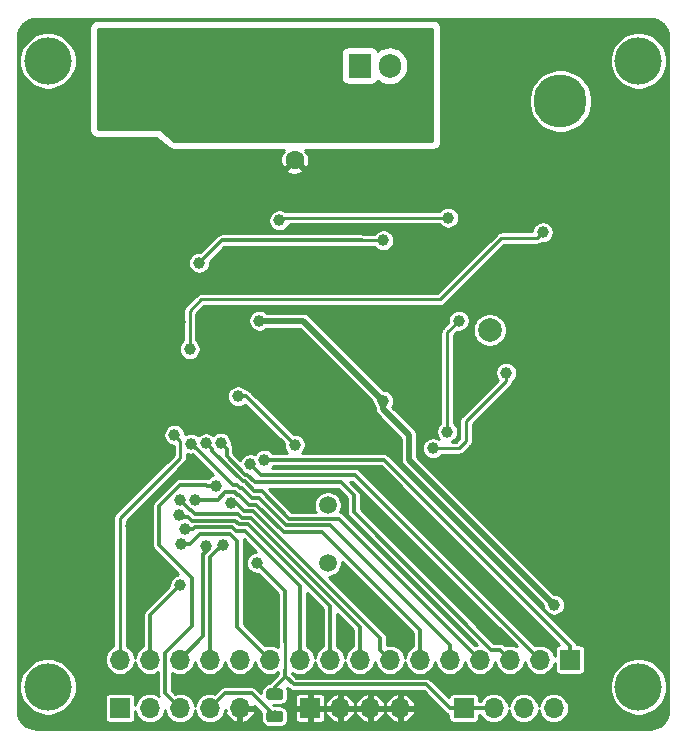
<source format=gbl>
G04 #@! TF.GenerationSoftware,KiCad,Pcbnew,(5.1.2)-2*
G04 #@! TF.CreationDate,2019-09-22T20:35:15+02:00*
G04 #@! TF.ProjectId,PowerSupply,506f7765-7253-4757-9070-6c792e6b6963,rev?*
G04 #@! TF.SameCoordinates,Original*
G04 #@! TF.FileFunction,Copper,L2,Bot*
G04 #@! TF.FilePolarity,Positive*
%FSLAX46Y46*%
G04 Gerber Fmt 4.6, Leading zero omitted, Abs format (unit mm)*
G04 Created by KiCad (PCBNEW (5.1.2)-2) date 2019-09-22 20:35:15*
%MOMM*%
%LPD*%
G04 APERTURE LIST*
%ADD10C,4.500880*%
%ADD11C,1.998980*%
%ADD12R,1.700000X1.700000*%
%ADD13O,1.700000X1.700000*%
%ADD14C,0.100000*%
%ADD15C,0.975000*%
%ADD16R,1.905000X2.000000*%
%ADD17O,1.905000X2.000000*%
%ADD18C,1.500000*%
%ADD19R,1.600000X1.600000*%
%ADD20C,1.600000*%
%ADD21C,4.000000*%
%ADD22C,1.000000*%
%ADD23C,0.304800*%
%ADD24C,0.254000*%
%ADD25C,0.508000*%
G04 APERTURE END LIST*
D10*
X115400000Y-70400000D03*
D11*
X109400000Y-89800000D03*
D10*
X115400000Y-77400000D03*
D12*
X78100000Y-121800000D03*
D13*
X80640000Y-121800000D03*
X83180000Y-121800000D03*
X85720000Y-121800000D03*
X88260000Y-121800000D03*
D12*
X107200000Y-121800000D03*
D13*
X109740000Y-121800000D03*
X112280000Y-121800000D03*
X114820000Y-121800000D03*
X101820000Y-121800000D03*
X99280000Y-121800000D03*
X96740000Y-121800000D03*
D12*
X94200000Y-121800000D03*
X116200000Y-117700000D03*
D13*
X113660000Y-117700000D03*
X111120000Y-117700000D03*
X108580000Y-117700000D03*
X106040000Y-117700000D03*
X103500000Y-117700000D03*
X100960000Y-117700000D03*
X98420000Y-117700000D03*
X95880000Y-117700000D03*
X93340000Y-117700000D03*
X90800000Y-117700000D03*
X88260000Y-117700000D03*
X85720000Y-117700000D03*
X83180000Y-117700000D03*
X80640000Y-117700000D03*
X78100000Y-117700000D03*
D14*
G36*
X91680142Y-120138674D02*
G01*
X91703803Y-120142184D01*
X91727007Y-120147996D01*
X91749529Y-120156054D01*
X91771153Y-120166282D01*
X91791670Y-120178579D01*
X91810883Y-120192829D01*
X91828607Y-120208893D01*
X91844671Y-120226617D01*
X91858921Y-120245830D01*
X91871218Y-120266347D01*
X91881446Y-120287971D01*
X91889504Y-120310493D01*
X91895316Y-120333697D01*
X91898826Y-120357358D01*
X91900000Y-120381250D01*
X91900000Y-120868750D01*
X91898826Y-120892642D01*
X91895316Y-120916303D01*
X91889504Y-120939507D01*
X91881446Y-120962029D01*
X91871218Y-120983653D01*
X91858921Y-121004170D01*
X91844671Y-121023383D01*
X91828607Y-121041107D01*
X91810883Y-121057171D01*
X91791670Y-121071421D01*
X91771153Y-121083718D01*
X91749529Y-121093946D01*
X91727007Y-121102004D01*
X91703803Y-121107816D01*
X91680142Y-121111326D01*
X91656250Y-121112500D01*
X90743750Y-121112500D01*
X90719858Y-121111326D01*
X90696197Y-121107816D01*
X90672993Y-121102004D01*
X90650471Y-121093946D01*
X90628847Y-121083718D01*
X90608330Y-121071421D01*
X90589117Y-121057171D01*
X90571393Y-121041107D01*
X90555329Y-121023383D01*
X90541079Y-121004170D01*
X90528782Y-120983653D01*
X90518554Y-120962029D01*
X90510496Y-120939507D01*
X90504684Y-120916303D01*
X90501174Y-120892642D01*
X90500000Y-120868750D01*
X90500000Y-120381250D01*
X90501174Y-120357358D01*
X90504684Y-120333697D01*
X90510496Y-120310493D01*
X90518554Y-120287971D01*
X90528782Y-120266347D01*
X90541079Y-120245830D01*
X90555329Y-120226617D01*
X90571393Y-120208893D01*
X90589117Y-120192829D01*
X90608330Y-120178579D01*
X90628847Y-120166282D01*
X90650471Y-120156054D01*
X90672993Y-120147996D01*
X90696197Y-120142184D01*
X90719858Y-120138674D01*
X90743750Y-120137500D01*
X91656250Y-120137500D01*
X91680142Y-120138674D01*
X91680142Y-120138674D01*
G37*
D15*
X91200000Y-120625000D03*
D14*
G36*
X91680142Y-122013674D02*
G01*
X91703803Y-122017184D01*
X91727007Y-122022996D01*
X91749529Y-122031054D01*
X91771153Y-122041282D01*
X91791670Y-122053579D01*
X91810883Y-122067829D01*
X91828607Y-122083893D01*
X91844671Y-122101617D01*
X91858921Y-122120830D01*
X91871218Y-122141347D01*
X91881446Y-122162971D01*
X91889504Y-122185493D01*
X91895316Y-122208697D01*
X91898826Y-122232358D01*
X91900000Y-122256250D01*
X91900000Y-122743750D01*
X91898826Y-122767642D01*
X91895316Y-122791303D01*
X91889504Y-122814507D01*
X91881446Y-122837029D01*
X91871218Y-122858653D01*
X91858921Y-122879170D01*
X91844671Y-122898383D01*
X91828607Y-122916107D01*
X91810883Y-122932171D01*
X91791670Y-122946421D01*
X91771153Y-122958718D01*
X91749529Y-122968946D01*
X91727007Y-122977004D01*
X91703803Y-122982816D01*
X91680142Y-122986326D01*
X91656250Y-122987500D01*
X90743750Y-122987500D01*
X90719858Y-122986326D01*
X90696197Y-122982816D01*
X90672993Y-122977004D01*
X90650471Y-122968946D01*
X90628847Y-122958718D01*
X90608330Y-122946421D01*
X90589117Y-122932171D01*
X90571393Y-122916107D01*
X90555329Y-122898383D01*
X90541079Y-122879170D01*
X90528782Y-122858653D01*
X90518554Y-122837029D01*
X90510496Y-122814507D01*
X90504684Y-122791303D01*
X90501174Y-122767642D01*
X90500000Y-122743750D01*
X90500000Y-122256250D01*
X90501174Y-122232358D01*
X90504684Y-122208697D01*
X90510496Y-122185493D01*
X90518554Y-122162971D01*
X90528782Y-122141347D01*
X90541079Y-122120830D01*
X90555329Y-122101617D01*
X90571393Y-122083893D01*
X90589117Y-122067829D01*
X90608330Y-122053579D01*
X90628847Y-122041282D01*
X90650471Y-122031054D01*
X90672993Y-122022996D01*
X90696197Y-122017184D01*
X90719858Y-122013674D01*
X90743750Y-122012500D01*
X91656250Y-122012500D01*
X91680142Y-122013674D01*
X91680142Y-122013674D01*
G37*
D15*
X91200000Y-122500000D03*
D16*
X98400000Y-67400000D03*
D17*
X100940000Y-67400000D03*
X103480000Y-67400000D03*
D18*
X95700000Y-109500000D03*
X95700000Y-104620000D03*
D10*
X78800000Y-77400000D03*
X78800000Y-70400000D03*
D19*
X92900000Y-72900000D03*
D20*
X92900000Y-75400000D03*
D21*
X122000000Y-67000000D03*
X122000000Y-120000000D03*
X72000000Y-67000000D03*
X72000000Y-120000000D03*
D22*
X84800000Y-84100000D03*
X100400000Y-82200000D03*
X102400000Y-108000000D03*
X78300000Y-94000000D03*
X91200000Y-95800000D03*
X89500000Y-99000000D03*
X96400000Y-98800000D03*
X101600000Y-93400000D03*
X99600000Y-89900000D03*
X104900000Y-89000000D03*
X108900000Y-92500000D03*
X103900000Y-76650000D03*
X99400000Y-76400000D03*
X112310000Y-119610000D03*
X82276385Y-99833026D03*
X79000000Y-106400000D03*
X91000000Y-115700000D03*
X86600000Y-119600000D03*
X97300000Y-116000000D03*
X94700000Y-115800000D03*
X101600000Y-115500000D03*
X102200000Y-104100000D03*
X93800000Y-104000000D03*
X95400000Y-76400000D03*
X93150000Y-85900000D03*
X97400000Y-86150000D03*
X103650000Y-86150000D03*
X107400000Y-83150000D03*
X112650000Y-86650000D03*
X113900000Y-84400000D03*
X89900000Y-86150000D03*
X80150000Y-85900000D03*
X83150000Y-89150000D03*
X89150000Y-90400000D03*
X113400000Y-98150000D03*
X113400000Y-103400000D03*
X78400000Y-83400000D03*
X89900000Y-89000000D03*
X100400000Y-95800000D03*
X114850000Y-113050000D03*
X106800000Y-89000000D03*
X105800000Y-98400000D03*
X89700000Y-109500000D03*
X84000000Y-91400000D03*
X113900000Y-81500000D03*
X92900000Y-99500000D03*
X88100000Y-95400000D03*
X86200000Y-103000000D03*
X90333805Y-100760586D03*
X89140521Y-101146097D03*
X86626833Y-99352256D03*
X85373248Y-99384979D03*
X84106410Y-99400000D03*
X84439742Y-104149004D03*
X87492975Y-104460694D03*
X83186584Y-104195275D03*
X83106319Y-105446715D03*
X83597680Y-106600452D03*
X83300000Y-107900000D03*
X86800000Y-107949936D03*
X85355818Y-108062324D03*
X83200000Y-111400000D03*
X82712765Y-98657391D03*
X110800000Y-93400000D03*
X104600000Y-99800000D03*
X105890325Y-80278899D03*
X91600000Y-80500000D03*
D23*
X98592894Y-82200000D02*
X86700000Y-82200000D01*
X86700000Y-82200000D02*
X84800000Y-84100000D01*
D24*
X98592894Y-82200000D02*
X100400000Y-82200000D01*
D25*
X93600000Y-89000000D02*
X100400000Y-95800000D01*
X89900000Y-89000000D02*
X93600000Y-89000000D01*
X100400000Y-96507106D02*
X102600000Y-98707106D01*
X100400000Y-95800000D02*
X100400000Y-96507106D01*
X102600000Y-98707106D02*
X102600000Y-100800000D01*
X102600000Y-100800000D02*
X114850000Y-113050000D01*
D24*
X106800000Y-89000000D02*
X105800000Y-90000000D01*
X105800000Y-90000000D02*
X105800000Y-98400000D01*
D23*
X92156401Y-119156401D02*
X92800000Y-119800000D01*
X106045200Y-121800000D02*
X107200000Y-121800000D01*
X104045200Y-119800000D02*
X106045200Y-121800000D01*
X92800000Y-119800000D02*
X104045200Y-119800000D01*
X109740000Y-121800000D02*
X107200000Y-121800000D01*
X92081099Y-119156401D02*
X92156401Y-119156401D01*
X91200000Y-120037500D02*
X92081099Y-119156401D01*
X91200000Y-120625000D02*
X91200000Y-120037500D01*
X92081099Y-111881099D02*
X92081099Y-116218901D01*
X89700000Y-109500000D02*
X92081099Y-111881099D01*
X92081099Y-118581099D02*
X92081099Y-119156401D01*
D24*
X92081099Y-118581099D02*
X92081099Y-116218901D01*
X84000000Y-91400000D02*
X84000000Y-88200000D01*
X84000000Y-88200000D02*
X85000000Y-87200000D01*
X85000000Y-87200000D02*
X105200000Y-87200000D01*
D23*
X92900000Y-99500000D02*
X88800000Y-95400000D01*
X88800000Y-95400000D02*
X88100000Y-95400000D01*
D24*
X110400001Y-81999999D02*
X105200000Y-87200000D01*
X113400001Y-81999999D02*
X110400001Y-81999999D01*
X113900000Y-81500000D02*
X113400001Y-81999999D01*
D23*
X84200000Y-114820526D02*
X81923599Y-117096927D01*
X84200000Y-110800000D02*
X84200000Y-114820526D01*
X81923599Y-117096927D02*
X81923599Y-120543599D01*
X85492894Y-103000000D02*
X85392894Y-102900000D01*
X81923599Y-120543599D02*
X83180000Y-121800000D01*
X86200000Y-103000000D02*
X85492894Y-103000000D01*
X85392894Y-102900000D02*
X83200000Y-102900000D01*
X83200000Y-102900000D02*
X81400000Y-104700000D01*
X81400000Y-104700000D02*
X81400000Y-108000000D01*
X81400000Y-108000000D02*
X84200000Y-110800000D01*
X86569999Y-120950001D02*
X85720000Y-121800000D01*
X86976401Y-120543599D02*
X86569999Y-120950001D01*
X89243599Y-120543599D02*
X86976401Y-120543599D01*
X91200000Y-122500000D02*
X89243599Y-120543599D01*
X91040911Y-100760586D02*
X90333805Y-100760586D01*
X116200000Y-116545200D02*
X100415386Y-100760586D01*
X116200000Y-117700000D02*
X116200000Y-116545200D01*
X100415386Y-100760586D02*
X91040911Y-100760586D01*
X98001190Y-102041190D02*
X90035614Y-102041190D01*
X90035614Y-102041190D02*
X89640520Y-101646096D01*
X113660000Y-117700000D02*
X98001190Y-102041190D01*
X89640520Y-101646096D02*
X89140521Y-101146097D01*
X88717086Y-102048743D02*
X87126832Y-100458489D01*
X110270001Y-116850001D02*
X109550001Y-116850001D01*
X87126832Y-99852255D02*
X86626833Y-99352256D01*
X88880092Y-102048743D02*
X88717086Y-102048743D01*
X96800000Y-102700000D02*
X89531349Y-102700000D01*
X97900000Y-105200000D02*
X97900000Y-103800000D01*
X111120000Y-117700000D02*
X110270001Y-116850001D01*
X89531349Y-102700000D02*
X88880092Y-102048743D01*
X109550001Y-116850001D02*
X97900000Y-105200000D01*
X87126832Y-100458489D02*
X87126832Y-99852255D01*
X97900000Y-103800000D02*
X96800000Y-102700000D01*
X89488205Y-103447134D02*
X88648625Y-102607554D01*
X88648625Y-102607554D02*
X88485618Y-102607553D01*
X85873247Y-99995182D02*
X85873247Y-99884978D01*
X92418068Y-105776400D02*
X90088802Y-103447134D01*
X88485618Y-102607553D02*
X85873247Y-99995182D01*
X85873247Y-99884978D02*
X85373248Y-99384979D01*
X108580000Y-117700000D02*
X96656400Y-105776400D01*
X96656400Y-105776400D02*
X92418068Y-105776400D01*
X90088802Y-103447134D02*
X89488205Y-103447134D01*
X95877292Y-106335211D02*
X92186600Y-106335210D01*
X89857335Y-104005945D02*
X89256737Y-104005944D01*
X92186600Y-106335210D02*
X89857335Y-104005945D01*
X88417156Y-103166363D02*
X88254150Y-103166363D01*
X89256737Y-104005944D02*
X88417156Y-103166363D01*
X106040000Y-117700000D02*
X106040000Y-116497919D01*
X88033332Y-102945545D02*
X87651955Y-102945545D01*
X84606409Y-99899999D02*
X84106410Y-99400000D01*
X87651955Y-102945545D02*
X84606409Y-99899999D01*
X88254150Y-103166363D02*
X88033332Y-102945545D01*
X106040000Y-116497919D02*
X95877292Y-106335211D01*
X87037118Y-103504356D02*
X86392470Y-104149004D01*
X88022682Y-103725173D02*
X87801865Y-103504356D01*
X103500000Y-115200000D02*
X95194022Y-106894022D01*
X91955134Y-106894022D02*
X89625868Y-104564756D01*
X95194022Y-106894022D02*
X91955134Y-106894022D01*
X89625868Y-104564756D02*
X89025271Y-104564756D01*
X103500000Y-117700000D02*
X103500000Y-115200000D01*
X86392470Y-104149004D02*
X85146848Y-104149004D01*
X88185689Y-103725174D02*
X88022682Y-103725173D01*
X89025271Y-104564756D02*
X88185689Y-103725174D01*
X87801865Y-103504356D02*
X87037118Y-103504356D01*
X85146848Y-104149004D02*
X84439742Y-104149004D01*
X87963282Y-104460694D02*
X87492975Y-104460694D01*
X100960000Y-117700000D02*
X100110001Y-116850001D01*
X100110001Y-116850001D02*
X100110001Y-115839167D01*
X89394401Y-105123567D02*
X88626155Y-105123567D01*
X100110001Y-115839167D02*
X89394401Y-105123567D01*
X88626155Y-105123567D02*
X87963282Y-104460694D01*
X84131101Y-105058333D02*
X84049642Y-105058333D01*
X84049642Y-105058333D02*
X83686583Y-104695274D01*
X88079403Y-105367095D02*
X84439863Y-105367095D01*
X89162934Y-105682378D02*
X88394686Y-105682378D01*
X88394686Y-105682378D02*
X88079403Y-105367095D01*
X98420000Y-117700000D02*
X98420000Y-114939444D01*
X98420000Y-114939444D02*
X89162934Y-105682378D01*
X83686583Y-104695274D02*
X83186584Y-104195275D01*
X84439863Y-105367095D02*
X84131101Y-105058333D01*
X84208396Y-105925906D02*
X83899634Y-105617144D01*
X88931467Y-106241189D02*
X88163218Y-106241188D01*
X83276748Y-105617144D02*
X83106319Y-105446715D01*
X95880000Y-117700000D02*
X95880000Y-113189722D01*
X88163218Y-106241188D02*
X87847936Y-105925906D01*
X87847936Y-105925906D02*
X84208396Y-105925906D01*
X95880000Y-113189722D02*
X88931467Y-106241189D01*
X83899634Y-105617144D02*
X83276748Y-105617144D01*
X88700000Y-106800000D02*
X87931750Y-106799998D01*
X93340000Y-117700000D02*
X93340000Y-111440000D01*
X87616468Y-106484716D02*
X84420522Y-106484716D01*
X84420522Y-106484716D02*
X84304786Y-106600452D01*
X87931750Y-106799998D02*
X87616468Y-106484716D01*
X84304786Y-106600452D02*
X83597680Y-106600452D01*
X93340000Y-111440000D02*
X88700000Y-106800000D01*
X84863580Y-107043526D02*
X84007106Y-107900000D01*
X88006402Y-114906402D02*
X88006402Y-107664926D01*
X88006402Y-107664926D02*
X87385000Y-107043526D01*
X87385000Y-107043526D02*
X84863580Y-107043526D01*
X84007106Y-107900000D02*
X83300000Y-107900000D01*
X90800000Y-117700000D02*
X88006402Y-114906402D01*
X85720000Y-117700000D02*
X85720000Y-109029936D01*
X85720000Y-109029936D02*
X86300001Y-108449935D01*
X86300001Y-108449935D02*
X86800000Y-107949936D01*
X85161189Y-115718811D02*
X85161189Y-108745125D01*
X83180000Y-117700000D02*
X85161189Y-115718811D01*
X85161189Y-108745125D02*
X85599904Y-108306410D01*
X85599904Y-108306410D02*
X85355818Y-108062324D01*
X83200000Y-111400000D02*
X80640000Y-113960000D01*
X80640000Y-113960000D02*
X80640000Y-116497919D01*
X80640000Y-116497919D02*
X80640000Y-117700000D01*
D24*
X83212764Y-99157390D02*
X83212764Y-100587236D01*
X82712765Y-98657391D02*
X83212764Y-99157390D01*
X78100000Y-105700000D02*
X78100000Y-117700000D01*
X83212764Y-100587236D02*
X78100000Y-105700000D01*
X110800000Y-94107106D02*
X107400000Y-97507106D01*
X110800000Y-93400000D02*
X110800000Y-94107106D01*
X107400000Y-97507106D02*
X107400000Y-99200000D01*
X107400000Y-99200000D02*
X106800000Y-99800000D01*
X106800000Y-99800000D02*
X104600000Y-99800000D01*
X105890325Y-80278899D02*
X91821101Y-80278899D01*
X91821101Y-80278899D02*
X91600000Y-80500000D01*
G36*
X123299317Y-63488339D02*
G01*
X123587232Y-63575265D01*
X123852784Y-63716463D01*
X124085846Y-63906543D01*
X124277554Y-64138277D01*
X124420601Y-64402838D01*
X124509533Y-64690133D01*
X124543201Y-65010457D01*
X124543200Y-121977657D01*
X124511661Y-122299317D01*
X124424733Y-122587235D01*
X124283540Y-122852779D01*
X124093457Y-123085846D01*
X123861723Y-123277554D01*
X123597163Y-123420600D01*
X123309866Y-123509533D01*
X122989553Y-123543200D01*
X71022343Y-123543200D01*
X70700683Y-123511661D01*
X70412765Y-123424733D01*
X70147221Y-123283540D01*
X69914154Y-123093457D01*
X69722446Y-122861723D01*
X69579400Y-122597163D01*
X69490467Y-122309866D01*
X69456800Y-121989553D01*
X69456800Y-119760489D01*
X69568200Y-119760489D01*
X69568200Y-120239511D01*
X69661653Y-120709330D01*
X69844967Y-121151889D01*
X70111098Y-121550182D01*
X70449818Y-121888902D01*
X70848111Y-122155033D01*
X71290670Y-122338347D01*
X71760489Y-122431800D01*
X72239511Y-122431800D01*
X72709330Y-122338347D01*
X73151889Y-122155033D01*
X73550182Y-121888902D01*
X73888902Y-121550182D01*
X74155033Y-121151889D01*
X74338347Y-120709330D01*
X74431800Y-120239511D01*
X74431800Y-119760489D01*
X74338347Y-119290670D01*
X74155033Y-118848111D01*
X73888902Y-118449818D01*
X73550182Y-118111098D01*
X73151889Y-117844967D01*
X72801908Y-117700000D01*
X76811998Y-117700000D01*
X76836747Y-117951277D01*
X76910041Y-118192897D01*
X77029065Y-118415576D01*
X77189245Y-118610755D01*
X77384424Y-118770935D01*
X77607103Y-118889959D01*
X77848723Y-118963253D01*
X78037031Y-118981800D01*
X78162969Y-118981800D01*
X78351277Y-118963253D01*
X78592897Y-118889959D01*
X78815576Y-118770935D01*
X79010755Y-118610755D01*
X79170935Y-118415576D01*
X79289959Y-118192897D01*
X79363253Y-117951277D01*
X79370000Y-117882775D01*
X79376747Y-117951277D01*
X79450041Y-118192897D01*
X79569065Y-118415576D01*
X79729245Y-118610755D01*
X79924424Y-118770935D01*
X80147103Y-118889959D01*
X80388723Y-118963253D01*
X80577031Y-118981800D01*
X80702969Y-118981800D01*
X80891277Y-118963253D01*
X81132897Y-118889959D01*
X81339399Y-118779581D01*
X81339400Y-120514905D01*
X81336574Y-120543599D01*
X81347853Y-120658122D01*
X81373947Y-120744142D01*
X81355576Y-120729065D01*
X81132897Y-120610041D01*
X80891277Y-120536747D01*
X80702969Y-120518200D01*
X80577031Y-120518200D01*
X80388723Y-120536747D01*
X80147103Y-120610041D01*
X79924424Y-120729065D01*
X79729245Y-120889245D01*
X79569065Y-121084424D01*
X79450041Y-121307103D01*
X79383889Y-121525179D01*
X79383889Y-120950000D01*
X79375552Y-120865352D01*
X79350861Y-120783958D01*
X79310766Y-120708944D01*
X79256806Y-120643194D01*
X79191056Y-120589234D01*
X79116042Y-120549139D01*
X79034648Y-120524448D01*
X78950000Y-120516111D01*
X77250000Y-120516111D01*
X77165352Y-120524448D01*
X77083958Y-120549139D01*
X77008944Y-120589234D01*
X76943194Y-120643194D01*
X76889234Y-120708944D01*
X76849139Y-120783958D01*
X76824448Y-120865352D01*
X76816111Y-120950000D01*
X76816111Y-122650000D01*
X76824448Y-122734648D01*
X76849139Y-122816042D01*
X76889234Y-122891056D01*
X76943194Y-122956806D01*
X77008944Y-123010766D01*
X77083958Y-123050861D01*
X77165352Y-123075552D01*
X77250000Y-123083889D01*
X78950000Y-123083889D01*
X79034648Y-123075552D01*
X79116042Y-123050861D01*
X79191056Y-123010766D01*
X79256806Y-122956806D01*
X79310766Y-122891056D01*
X79350861Y-122816042D01*
X79375552Y-122734648D01*
X79383889Y-122650000D01*
X79383889Y-122074821D01*
X79450041Y-122292897D01*
X79569065Y-122515576D01*
X79729245Y-122710755D01*
X79924424Y-122870935D01*
X80147103Y-122989959D01*
X80388723Y-123063253D01*
X80577031Y-123081800D01*
X80702969Y-123081800D01*
X80891277Y-123063253D01*
X81132897Y-122989959D01*
X81355576Y-122870935D01*
X81550755Y-122710755D01*
X81710935Y-122515576D01*
X81829959Y-122292897D01*
X81903253Y-122051277D01*
X81910000Y-121982775D01*
X81916747Y-122051277D01*
X81990041Y-122292897D01*
X82109065Y-122515576D01*
X82269245Y-122710755D01*
X82464424Y-122870935D01*
X82687103Y-122989959D01*
X82928723Y-123063253D01*
X83117031Y-123081800D01*
X83242969Y-123081800D01*
X83431277Y-123063253D01*
X83672897Y-122989959D01*
X83895576Y-122870935D01*
X84090755Y-122710755D01*
X84250935Y-122515576D01*
X84369959Y-122292897D01*
X84443253Y-122051277D01*
X84450000Y-121982775D01*
X84456747Y-122051277D01*
X84530041Y-122292897D01*
X84649065Y-122515576D01*
X84809245Y-122710755D01*
X85004424Y-122870935D01*
X85227103Y-122989959D01*
X85468723Y-123063253D01*
X85657031Y-123081800D01*
X85782969Y-123081800D01*
X85971277Y-123063253D01*
X86212897Y-122989959D01*
X86435576Y-122870935D01*
X86630755Y-122710755D01*
X86790935Y-122515576D01*
X86909959Y-122292897D01*
X86983253Y-122051277D01*
X86995493Y-121927002D01*
X87092450Y-121927002D01*
X87020072Y-122124968D01*
X87107295Y-122360622D01*
X87238816Y-122574731D01*
X87409580Y-122759068D01*
X87613025Y-122906548D01*
X87841333Y-123011505D01*
X87935033Y-123039922D01*
X88133000Y-122966960D01*
X88133000Y-121927000D01*
X88387000Y-121927000D01*
X88387000Y-122966960D01*
X88584967Y-123039922D01*
X88678667Y-123011505D01*
X88906975Y-122906548D01*
X89110420Y-122759068D01*
X89281184Y-122574731D01*
X89412705Y-122360622D01*
X89499928Y-122124968D01*
X89427549Y-121927000D01*
X88387000Y-121927000D01*
X88133000Y-121927000D01*
X88113000Y-121927000D01*
X88113000Y-121673000D01*
X88133000Y-121673000D01*
X88133000Y-121653000D01*
X88387000Y-121653000D01*
X88387000Y-121673000D01*
X89427549Y-121673000D01*
X89459480Y-121585663D01*
X90071845Y-122198029D01*
X90066111Y-122256250D01*
X90066111Y-122743750D01*
X90079132Y-122875951D01*
X90117693Y-123003071D01*
X90180314Y-123120226D01*
X90264587Y-123222913D01*
X90367274Y-123307186D01*
X90484429Y-123369807D01*
X90611549Y-123408368D01*
X90743750Y-123421389D01*
X91656250Y-123421389D01*
X91788451Y-123408368D01*
X91915571Y-123369807D01*
X92032726Y-123307186D01*
X92135413Y-123222913D01*
X92219686Y-123120226D01*
X92282307Y-123003071D01*
X92320868Y-122875951D01*
X92333889Y-122743750D01*
X92333889Y-122650000D01*
X92916111Y-122650000D01*
X92924448Y-122734648D01*
X92949139Y-122816042D01*
X92989234Y-122891056D01*
X93043194Y-122956806D01*
X93108944Y-123010766D01*
X93183958Y-123050861D01*
X93265352Y-123075552D01*
X93350000Y-123083889D01*
X93965050Y-123081800D01*
X94073000Y-122973850D01*
X94073000Y-121927000D01*
X94327000Y-121927000D01*
X94327000Y-122973850D01*
X94434950Y-123081800D01*
X95050000Y-123083889D01*
X95134648Y-123075552D01*
X95216042Y-123050861D01*
X95291056Y-123010766D01*
X95356806Y-122956806D01*
X95410766Y-122891056D01*
X95450861Y-122816042D01*
X95475552Y-122734648D01*
X95483889Y-122650000D01*
X95482106Y-122124968D01*
X95500072Y-122124968D01*
X95587295Y-122360622D01*
X95718816Y-122574731D01*
X95889580Y-122759068D01*
X96093025Y-122906548D01*
X96321333Y-123011505D01*
X96415033Y-123039922D01*
X96613000Y-122966960D01*
X96613000Y-121927000D01*
X96867000Y-121927000D01*
X96867000Y-122966960D01*
X97064967Y-123039922D01*
X97158667Y-123011505D01*
X97386975Y-122906548D01*
X97590420Y-122759068D01*
X97761184Y-122574731D01*
X97892705Y-122360622D01*
X97979928Y-122124968D01*
X98040072Y-122124968D01*
X98127295Y-122360622D01*
X98258816Y-122574731D01*
X98429580Y-122759068D01*
X98633025Y-122906548D01*
X98861333Y-123011505D01*
X98955033Y-123039922D01*
X99153000Y-122966960D01*
X99153000Y-121927000D01*
X99407000Y-121927000D01*
X99407000Y-122966960D01*
X99604967Y-123039922D01*
X99698667Y-123011505D01*
X99926975Y-122906548D01*
X100130420Y-122759068D01*
X100301184Y-122574731D01*
X100432705Y-122360622D01*
X100519928Y-122124968D01*
X100580072Y-122124968D01*
X100667295Y-122360622D01*
X100798816Y-122574731D01*
X100969580Y-122759068D01*
X101173025Y-122906548D01*
X101401333Y-123011505D01*
X101495033Y-123039922D01*
X101693000Y-122966960D01*
X101693000Y-121927000D01*
X101947000Y-121927000D01*
X101947000Y-122966960D01*
X102144967Y-123039922D01*
X102238667Y-123011505D01*
X102466975Y-122906548D01*
X102670420Y-122759068D01*
X102841184Y-122574731D01*
X102972705Y-122360622D01*
X103059928Y-122124968D01*
X102987549Y-121927000D01*
X101947000Y-121927000D01*
X101693000Y-121927000D01*
X100652451Y-121927000D01*
X100580072Y-122124968D01*
X100519928Y-122124968D01*
X100447549Y-121927000D01*
X99407000Y-121927000D01*
X99153000Y-121927000D01*
X98112451Y-121927000D01*
X98040072Y-122124968D01*
X97979928Y-122124968D01*
X97907549Y-121927000D01*
X96867000Y-121927000D01*
X96613000Y-121927000D01*
X95572451Y-121927000D01*
X95500072Y-122124968D01*
X95482106Y-122124968D01*
X95481800Y-122034950D01*
X95373850Y-121927000D01*
X94327000Y-121927000D01*
X94073000Y-121927000D01*
X93026150Y-121927000D01*
X92918200Y-122034950D01*
X92916111Y-122650000D01*
X92333889Y-122650000D01*
X92333889Y-122256250D01*
X92320868Y-122124049D01*
X92282307Y-121996929D01*
X92219686Y-121879774D01*
X92135413Y-121777087D01*
X92032726Y-121692814D01*
X91915571Y-121630193D01*
X91788451Y-121591632D01*
X91656250Y-121578611D01*
X91104795Y-121578611D01*
X91072573Y-121546389D01*
X91656250Y-121546389D01*
X91788451Y-121533368D01*
X91915571Y-121494807D01*
X92032726Y-121432186D01*
X92135413Y-121347913D01*
X92219686Y-121245226D01*
X92282307Y-121128071D01*
X92320868Y-121000951D01*
X92325886Y-120950000D01*
X92916111Y-120950000D01*
X92918200Y-121565050D01*
X93026150Y-121673000D01*
X94073000Y-121673000D01*
X94073000Y-120626150D01*
X94327000Y-120626150D01*
X94327000Y-121673000D01*
X95373850Y-121673000D01*
X95481800Y-121565050D01*
X95482105Y-121475032D01*
X95500072Y-121475032D01*
X95572451Y-121673000D01*
X96613000Y-121673000D01*
X96613000Y-120633040D01*
X96867000Y-120633040D01*
X96867000Y-121673000D01*
X97907549Y-121673000D01*
X97979928Y-121475032D01*
X98040072Y-121475032D01*
X98112451Y-121673000D01*
X99153000Y-121673000D01*
X99153000Y-120633040D01*
X99407000Y-120633040D01*
X99407000Y-121673000D01*
X100447549Y-121673000D01*
X100519928Y-121475032D01*
X100580072Y-121475032D01*
X100652451Y-121673000D01*
X101693000Y-121673000D01*
X101693000Y-120633040D01*
X101947000Y-120633040D01*
X101947000Y-121673000D01*
X102987549Y-121673000D01*
X103059928Y-121475032D01*
X102972705Y-121239378D01*
X102841184Y-121025269D01*
X102670420Y-120840932D01*
X102466975Y-120693452D01*
X102238667Y-120588495D01*
X102144967Y-120560078D01*
X101947000Y-120633040D01*
X101693000Y-120633040D01*
X101495033Y-120560078D01*
X101401333Y-120588495D01*
X101173025Y-120693452D01*
X100969580Y-120840932D01*
X100798816Y-121025269D01*
X100667295Y-121239378D01*
X100580072Y-121475032D01*
X100519928Y-121475032D01*
X100432705Y-121239378D01*
X100301184Y-121025269D01*
X100130420Y-120840932D01*
X99926975Y-120693452D01*
X99698667Y-120588495D01*
X99604967Y-120560078D01*
X99407000Y-120633040D01*
X99153000Y-120633040D01*
X98955033Y-120560078D01*
X98861333Y-120588495D01*
X98633025Y-120693452D01*
X98429580Y-120840932D01*
X98258816Y-121025269D01*
X98127295Y-121239378D01*
X98040072Y-121475032D01*
X97979928Y-121475032D01*
X97892705Y-121239378D01*
X97761184Y-121025269D01*
X97590420Y-120840932D01*
X97386975Y-120693452D01*
X97158667Y-120588495D01*
X97064967Y-120560078D01*
X96867000Y-120633040D01*
X96613000Y-120633040D01*
X96415033Y-120560078D01*
X96321333Y-120588495D01*
X96093025Y-120693452D01*
X95889580Y-120840932D01*
X95718816Y-121025269D01*
X95587295Y-121239378D01*
X95500072Y-121475032D01*
X95482105Y-121475032D01*
X95483889Y-120950000D01*
X95475552Y-120865352D01*
X95450861Y-120783958D01*
X95410766Y-120708944D01*
X95356806Y-120643194D01*
X95291056Y-120589234D01*
X95216042Y-120549139D01*
X95134648Y-120524448D01*
X95050000Y-120516111D01*
X94434950Y-120518200D01*
X94327000Y-120626150D01*
X94073000Y-120626150D01*
X93965050Y-120518200D01*
X93350000Y-120516111D01*
X93265352Y-120524448D01*
X93183958Y-120549139D01*
X93108944Y-120589234D01*
X93043194Y-120643194D01*
X92989234Y-120708944D01*
X92949139Y-120783958D01*
X92924448Y-120865352D01*
X92916111Y-120950000D01*
X92325886Y-120950000D01*
X92333889Y-120868750D01*
X92333889Y-120381250D01*
X92320868Y-120249049D01*
X92282307Y-120121929D01*
X92266875Y-120093058D01*
X92366618Y-120192801D01*
X92384910Y-120215090D01*
X92473866Y-120288094D01*
X92575355Y-120342341D01*
X92685477Y-120375746D01*
X92771308Y-120384200D01*
X92771317Y-120384200D01*
X92799999Y-120387025D01*
X92828681Y-120384200D01*
X103803217Y-120384200D01*
X105611822Y-122192806D01*
X105630110Y-122215090D01*
X105652394Y-122233378D01*
X105652396Y-122233380D01*
X105672387Y-122249785D01*
X105719066Y-122288094D01*
X105820555Y-122342341D01*
X105897271Y-122365612D01*
X105916111Y-122371328D01*
X105916111Y-122650000D01*
X105924448Y-122734648D01*
X105949139Y-122816042D01*
X105989234Y-122891056D01*
X106043194Y-122956806D01*
X106108944Y-123010766D01*
X106183958Y-123050861D01*
X106265352Y-123075552D01*
X106350000Y-123083889D01*
X108050000Y-123083889D01*
X108134648Y-123075552D01*
X108216042Y-123050861D01*
X108291056Y-123010766D01*
X108356806Y-122956806D01*
X108410766Y-122891056D01*
X108450861Y-122816042D01*
X108475552Y-122734648D01*
X108483889Y-122650000D01*
X108483889Y-122384200D01*
X108598843Y-122384200D01*
X108669065Y-122515576D01*
X108829245Y-122710755D01*
X109024424Y-122870935D01*
X109247103Y-122989959D01*
X109488723Y-123063253D01*
X109677031Y-123081800D01*
X109802969Y-123081800D01*
X109991277Y-123063253D01*
X110232897Y-122989959D01*
X110455576Y-122870935D01*
X110650755Y-122710755D01*
X110810935Y-122515576D01*
X110929959Y-122292897D01*
X111003253Y-122051277D01*
X111010000Y-121982775D01*
X111016747Y-122051277D01*
X111090041Y-122292897D01*
X111209065Y-122515576D01*
X111369245Y-122710755D01*
X111564424Y-122870935D01*
X111787103Y-122989959D01*
X112028723Y-123063253D01*
X112217031Y-123081800D01*
X112342969Y-123081800D01*
X112531277Y-123063253D01*
X112772897Y-122989959D01*
X112995576Y-122870935D01*
X113190755Y-122710755D01*
X113350935Y-122515576D01*
X113469959Y-122292897D01*
X113543253Y-122051277D01*
X113550000Y-121982775D01*
X113556747Y-122051277D01*
X113630041Y-122292897D01*
X113749065Y-122515576D01*
X113909245Y-122710755D01*
X114104424Y-122870935D01*
X114327103Y-122989959D01*
X114568723Y-123063253D01*
X114757031Y-123081800D01*
X114882969Y-123081800D01*
X115071277Y-123063253D01*
X115312897Y-122989959D01*
X115535576Y-122870935D01*
X115730755Y-122710755D01*
X115890935Y-122515576D01*
X116009959Y-122292897D01*
X116083253Y-122051277D01*
X116108002Y-121800000D01*
X116083253Y-121548723D01*
X116009959Y-121307103D01*
X115890935Y-121084424D01*
X115730755Y-120889245D01*
X115535576Y-120729065D01*
X115312897Y-120610041D01*
X115071277Y-120536747D01*
X114882969Y-120518200D01*
X114757031Y-120518200D01*
X114568723Y-120536747D01*
X114327103Y-120610041D01*
X114104424Y-120729065D01*
X113909245Y-120889245D01*
X113749065Y-121084424D01*
X113630041Y-121307103D01*
X113556747Y-121548723D01*
X113550000Y-121617225D01*
X113543253Y-121548723D01*
X113469959Y-121307103D01*
X113350935Y-121084424D01*
X113190755Y-120889245D01*
X112995576Y-120729065D01*
X112772897Y-120610041D01*
X112531277Y-120536747D01*
X112342969Y-120518200D01*
X112217031Y-120518200D01*
X112028723Y-120536747D01*
X111787103Y-120610041D01*
X111564424Y-120729065D01*
X111369245Y-120889245D01*
X111209065Y-121084424D01*
X111090041Y-121307103D01*
X111016747Y-121548723D01*
X111010000Y-121617225D01*
X111003253Y-121548723D01*
X110929959Y-121307103D01*
X110810935Y-121084424D01*
X110650755Y-120889245D01*
X110455576Y-120729065D01*
X110232897Y-120610041D01*
X109991277Y-120536747D01*
X109802969Y-120518200D01*
X109677031Y-120518200D01*
X109488723Y-120536747D01*
X109247103Y-120610041D01*
X109024424Y-120729065D01*
X108829245Y-120889245D01*
X108669065Y-121084424D01*
X108598843Y-121215800D01*
X108483889Y-121215800D01*
X108483889Y-120950000D01*
X108475552Y-120865352D01*
X108450861Y-120783958D01*
X108410766Y-120708944D01*
X108356806Y-120643194D01*
X108291056Y-120589234D01*
X108216042Y-120549139D01*
X108134648Y-120524448D01*
X108050000Y-120516111D01*
X106350000Y-120516111D01*
X106265352Y-120524448D01*
X106183958Y-120549139D01*
X106108944Y-120589234D01*
X106043194Y-120643194D01*
X105989234Y-120708944D01*
X105949139Y-120783958D01*
X105927308Y-120855924D01*
X104831873Y-119760489D01*
X119568200Y-119760489D01*
X119568200Y-120239511D01*
X119661653Y-120709330D01*
X119844967Y-121151889D01*
X120111098Y-121550182D01*
X120449818Y-121888902D01*
X120848111Y-122155033D01*
X121290670Y-122338347D01*
X121760489Y-122431800D01*
X122239511Y-122431800D01*
X122709330Y-122338347D01*
X123151889Y-122155033D01*
X123550182Y-121888902D01*
X123888902Y-121550182D01*
X124155033Y-121151889D01*
X124338347Y-120709330D01*
X124431800Y-120239511D01*
X124431800Y-119760489D01*
X124338347Y-119290670D01*
X124155033Y-118848111D01*
X123888902Y-118449818D01*
X123550182Y-118111098D01*
X123151889Y-117844967D01*
X122709330Y-117661653D01*
X122239511Y-117568200D01*
X121760489Y-117568200D01*
X121290670Y-117661653D01*
X120848111Y-117844967D01*
X120449818Y-118111098D01*
X120111098Y-118449818D01*
X119844967Y-118848111D01*
X119661653Y-119290670D01*
X119568200Y-119760489D01*
X104831873Y-119760489D01*
X104478582Y-119407199D01*
X104460290Y-119384910D01*
X104371334Y-119311906D01*
X104269845Y-119257659D01*
X104159723Y-119224254D01*
X104073892Y-119215800D01*
X104073884Y-119215800D01*
X104045200Y-119212975D01*
X104016516Y-119215800D01*
X93041983Y-119215800D01*
X92665299Y-118839116D01*
X92665299Y-118792783D01*
X92847103Y-118889959D01*
X93088723Y-118963253D01*
X93277031Y-118981800D01*
X93402969Y-118981800D01*
X93591277Y-118963253D01*
X93832897Y-118889959D01*
X94055576Y-118770935D01*
X94250755Y-118610755D01*
X94410935Y-118415576D01*
X94529959Y-118192897D01*
X94603253Y-117951277D01*
X94610000Y-117882775D01*
X94616747Y-117951277D01*
X94690041Y-118192897D01*
X94809065Y-118415576D01*
X94969245Y-118610755D01*
X95164424Y-118770935D01*
X95387103Y-118889959D01*
X95628723Y-118963253D01*
X95817031Y-118981800D01*
X95942969Y-118981800D01*
X96131277Y-118963253D01*
X96372897Y-118889959D01*
X96595576Y-118770935D01*
X96790755Y-118610755D01*
X96950935Y-118415576D01*
X97069959Y-118192897D01*
X97143253Y-117951277D01*
X97150000Y-117882775D01*
X97156747Y-117951277D01*
X97230041Y-118192897D01*
X97349065Y-118415576D01*
X97509245Y-118610755D01*
X97704424Y-118770935D01*
X97927103Y-118889959D01*
X98168723Y-118963253D01*
X98357031Y-118981800D01*
X98482969Y-118981800D01*
X98671277Y-118963253D01*
X98912897Y-118889959D01*
X99135576Y-118770935D01*
X99330755Y-118610755D01*
X99490935Y-118415576D01*
X99609959Y-118192897D01*
X99683253Y-117951277D01*
X99690000Y-117882775D01*
X99696747Y-117951277D01*
X99770041Y-118192897D01*
X99889065Y-118415576D01*
X100049245Y-118610755D01*
X100244424Y-118770935D01*
X100467103Y-118889959D01*
X100708723Y-118963253D01*
X100897031Y-118981800D01*
X101022969Y-118981800D01*
X101211277Y-118963253D01*
X101452897Y-118889959D01*
X101675576Y-118770935D01*
X101870755Y-118610755D01*
X102030935Y-118415576D01*
X102149959Y-118192897D01*
X102223253Y-117951277D01*
X102230000Y-117882775D01*
X102236747Y-117951277D01*
X102310041Y-118192897D01*
X102429065Y-118415576D01*
X102589245Y-118610755D01*
X102784424Y-118770935D01*
X103007103Y-118889959D01*
X103248723Y-118963253D01*
X103437031Y-118981800D01*
X103562969Y-118981800D01*
X103751277Y-118963253D01*
X103992897Y-118889959D01*
X104215576Y-118770935D01*
X104410755Y-118610755D01*
X104570935Y-118415576D01*
X104689959Y-118192897D01*
X104763253Y-117951277D01*
X104770000Y-117882775D01*
X104776747Y-117951277D01*
X104850041Y-118192897D01*
X104969065Y-118415576D01*
X105129245Y-118610755D01*
X105324424Y-118770935D01*
X105547103Y-118889959D01*
X105788723Y-118963253D01*
X105977031Y-118981800D01*
X106102969Y-118981800D01*
X106291277Y-118963253D01*
X106532897Y-118889959D01*
X106755576Y-118770935D01*
X106950755Y-118610755D01*
X107110935Y-118415576D01*
X107229959Y-118192897D01*
X107303253Y-117951277D01*
X107310000Y-117882775D01*
X107316747Y-117951277D01*
X107390041Y-118192897D01*
X107509065Y-118415576D01*
X107669245Y-118610755D01*
X107864424Y-118770935D01*
X108087103Y-118889959D01*
X108328723Y-118963253D01*
X108517031Y-118981800D01*
X108642969Y-118981800D01*
X108831277Y-118963253D01*
X109072897Y-118889959D01*
X109295576Y-118770935D01*
X109490755Y-118610755D01*
X109650935Y-118415576D01*
X109769959Y-118192897D01*
X109843253Y-117951277D01*
X109850000Y-117882775D01*
X109856747Y-117951277D01*
X109930041Y-118192897D01*
X110049065Y-118415576D01*
X110209245Y-118610755D01*
X110404424Y-118770935D01*
X110627103Y-118889959D01*
X110868723Y-118963253D01*
X111057031Y-118981800D01*
X111182969Y-118981800D01*
X111371277Y-118963253D01*
X111612897Y-118889959D01*
X111835576Y-118770935D01*
X112030755Y-118610755D01*
X112190935Y-118415576D01*
X112309959Y-118192897D01*
X112383253Y-117951277D01*
X112390000Y-117882775D01*
X112396747Y-117951277D01*
X112470041Y-118192897D01*
X112589065Y-118415576D01*
X112749245Y-118610755D01*
X112944424Y-118770935D01*
X113167103Y-118889959D01*
X113408723Y-118963253D01*
X113597031Y-118981800D01*
X113722969Y-118981800D01*
X113911277Y-118963253D01*
X114152897Y-118889959D01*
X114375576Y-118770935D01*
X114570755Y-118610755D01*
X114730935Y-118415576D01*
X114849959Y-118192897D01*
X114916111Y-117974821D01*
X114916111Y-118550000D01*
X114924448Y-118634648D01*
X114949139Y-118716042D01*
X114989234Y-118791056D01*
X115043194Y-118856806D01*
X115108944Y-118910766D01*
X115183958Y-118950861D01*
X115265352Y-118975552D01*
X115350000Y-118983889D01*
X117050000Y-118983889D01*
X117134648Y-118975552D01*
X117216042Y-118950861D01*
X117291056Y-118910766D01*
X117356806Y-118856806D01*
X117410766Y-118791056D01*
X117450861Y-118716042D01*
X117475552Y-118634648D01*
X117483889Y-118550000D01*
X117483889Y-116850000D01*
X117475552Y-116765352D01*
X117450861Y-116683958D01*
X117410766Y-116608944D01*
X117356806Y-116543194D01*
X117291056Y-116489234D01*
X117216042Y-116449139D01*
X117134648Y-116424448D01*
X117050000Y-116416111D01*
X116771328Y-116416111D01*
X116761404Y-116383397D01*
X116742341Y-116320555D01*
X116688094Y-116219066D01*
X116615090Y-116130110D01*
X116592801Y-116111818D01*
X100848768Y-100367785D01*
X100830476Y-100345496D01*
X100741520Y-100272492D01*
X100640031Y-100218245D01*
X100529909Y-100184840D01*
X100444078Y-100176386D01*
X100444070Y-100176386D01*
X100415386Y-100173561D01*
X100386702Y-100176386D01*
X93541379Y-100176386D01*
X93623777Y-100093988D01*
X93725751Y-99941373D01*
X93795992Y-99771796D01*
X93831800Y-99591774D01*
X93831800Y-99408226D01*
X93795992Y-99228204D01*
X93725751Y-99058627D01*
X93623777Y-98906012D01*
X93493988Y-98776223D01*
X93341373Y-98674249D01*
X93171796Y-98604008D01*
X92991774Y-98568200D01*
X92808226Y-98568200D01*
X92796680Y-98570497D01*
X89233382Y-95007199D01*
X89215090Y-94984910D01*
X89126134Y-94911906D01*
X89024645Y-94857659D01*
X88914523Y-94824254D01*
X88830432Y-94815971D01*
X88823777Y-94806012D01*
X88693988Y-94676223D01*
X88541373Y-94574249D01*
X88371796Y-94504008D01*
X88191774Y-94468200D01*
X88008226Y-94468200D01*
X87828204Y-94504008D01*
X87658627Y-94574249D01*
X87506012Y-94676223D01*
X87376223Y-94806012D01*
X87274249Y-94958627D01*
X87204008Y-95128204D01*
X87168200Y-95308226D01*
X87168200Y-95491774D01*
X87204008Y-95671796D01*
X87274249Y-95841373D01*
X87376223Y-95993988D01*
X87506012Y-96123777D01*
X87658627Y-96225751D01*
X87828204Y-96295992D01*
X88008226Y-96331800D01*
X88191774Y-96331800D01*
X88371796Y-96295992D01*
X88541373Y-96225751D01*
X88693988Y-96123777D01*
X88695791Y-96121974D01*
X91970497Y-99396680D01*
X91968200Y-99408226D01*
X91968200Y-99591774D01*
X92004008Y-99771796D01*
X92074249Y-99941373D01*
X92176223Y-100093988D01*
X92258621Y-100176386D01*
X91064122Y-100176386D01*
X91057582Y-100166598D01*
X90927793Y-100036809D01*
X90775178Y-99934835D01*
X90605601Y-99864594D01*
X90425579Y-99828786D01*
X90242031Y-99828786D01*
X90062009Y-99864594D01*
X89892432Y-99934835D01*
X89739817Y-100036809D01*
X89610028Y-100166598D01*
X89523468Y-100296145D01*
X89412317Y-100250105D01*
X89232295Y-100214297D01*
X89048747Y-100214297D01*
X88868725Y-100250105D01*
X88699148Y-100320346D01*
X88546533Y-100422320D01*
X88416744Y-100552109D01*
X88314770Y-100704724D01*
X88280935Y-100786409D01*
X87711032Y-100216506D01*
X87711032Y-99880936D01*
X87713857Y-99852254D01*
X87711032Y-99823572D01*
X87711032Y-99823563D01*
X87702578Y-99737732D01*
X87669173Y-99627610D01*
X87614926Y-99526121D01*
X87556472Y-99454894D01*
X87558633Y-99444030D01*
X87558633Y-99260482D01*
X87522825Y-99080460D01*
X87452584Y-98910883D01*
X87350610Y-98758268D01*
X87220821Y-98628479D01*
X87068206Y-98526505D01*
X86898629Y-98456264D01*
X86718607Y-98420456D01*
X86535059Y-98420456D01*
X86355037Y-98456264D01*
X86185460Y-98526505D01*
X86032845Y-98628479D01*
X85983679Y-98677645D01*
X85967236Y-98661202D01*
X85814621Y-98559228D01*
X85645044Y-98488987D01*
X85465022Y-98453179D01*
X85281474Y-98453179D01*
X85101452Y-98488987D01*
X84931875Y-98559228D01*
X84779260Y-98661202D01*
X84732319Y-98708144D01*
X84700398Y-98676223D01*
X84547783Y-98574249D01*
X84378206Y-98504008D01*
X84198184Y-98468200D01*
X84014636Y-98468200D01*
X83834614Y-98504008D01*
X83665037Y-98574249D01*
X83644565Y-98587928D01*
X83644565Y-98565617D01*
X83608757Y-98385595D01*
X83538516Y-98216018D01*
X83436542Y-98063403D01*
X83306753Y-97933614D01*
X83154138Y-97831640D01*
X82984561Y-97761399D01*
X82804539Y-97725591D01*
X82620991Y-97725591D01*
X82440969Y-97761399D01*
X82271392Y-97831640D01*
X82118777Y-97933614D01*
X81988988Y-98063403D01*
X81887014Y-98216018D01*
X81816773Y-98385595D01*
X81780965Y-98565617D01*
X81780965Y-98749165D01*
X81816773Y-98929187D01*
X81887014Y-99098764D01*
X81988988Y-99251379D01*
X82118777Y-99381168D01*
X82271392Y-99483142D01*
X82440969Y-99553383D01*
X82620991Y-99589191D01*
X82653964Y-99589191D01*
X82653965Y-100355773D01*
X77724281Y-105285457D01*
X77702957Y-105302957D01*
X77633127Y-105388046D01*
X77581239Y-105485123D01*
X77549286Y-105590457D01*
X77542733Y-105656990D01*
X77538497Y-105700000D01*
X77541200Y-105727442D01*
X77541201Y-116545266D01*
X77384424Y-116629065D01*
X77189245Y-116789245D01*
X77029065Y-116984424D01*
X76910041Y-117207103D01*
X76836747Y-117448723D01*
X76811998Y-117700000D01*
X72801908Y-117700000D01*
X72709330Y-117661653D01*
X72239511Y-117568200D01*
X71760489Y-117568200D01*
X71290670Y-117661653D01*
X70848111Y-117844967D01*
X70449818Y-118111098D01*
X70111098Y-118449818D01*
X69844967Y-118848111D01*
X69661653Y-119290670D01*
X69568200Y-119760489D01*
X69456800Y-119760489D01*
X69456800Y-91308226D01*
X83068200Y-91308226D01*
X83068200Y-91491774D01*
X83104008Y-91671796D01*
X83174249Y-91841373D01*
X83276223Y-91993988D01*
X83406012Y-92123777D01*
X83558627Y-92225751D01*
X83728204Y-92295992D01*
X83908226Y-92331800D01*
X84091774Y-92331800D01*
X84271796Y-92295992D01*
X84441373Y-92225751D01*
X84593988Y-92123777D01*
X84723777Y-91993988D01*
X84825751Y-91841373D01*
X84895992Y-91671796D01*
X84931800Y-91491774D01*
X84931800Y-91308226D01*
X84895992Y-91128204D01*
X84825751Y-90958627D01*
X84723777Y-90806012D01*
X84593988Y-90676223D01*
X84558800Y-90652711D01*
X84558800Y-88908226D01*
X88968200Y-88908226D01*
X88968200Y-89091774D01*
X89004008Y-89271796D01*
X89074249Y-89441373D01*
X89176223Y-89593988D01*
X89306012Y-89723777D01*
X89458627Y-89825751D01*
X89628204Y-89895992D01*
X89808226Y-89931800D01*
X89991774Y-89931800D01*
X90171796Y-89895992D01*
X90341373Y-89825751D01*
X90493988Y-89723777D01*
X90531965Y-89685800D01*
X93315933Y-89685800D01*
X99468200Y-95838068D01*
X99468200Y-95891774D01*
X99504008Y-96071796D01*
X99574249Y-96241373D01*
X99676223Y-96393988D01*
X99714200Y-96431965D01*
X99714200Y-96473427D01*
X99710883Y-96507106D01*
X99714200Y-96540785D01*
X99714200Y-96540795D01*
X99724123Y-96641546D01*
X99740640Y-96695992D01*
X99763339Y-96770820D01*
X99827020Y-96889959D01*
X99872686Y-96945603D01*
X99912721Y-96994386D01*
X99938886Y-97015859D01*
X101914200Y-98991173D01*
X101914201Y-100766312D01*
X101910883Y-100800000D01*
X101924124Y-100934440D01*
X101963339Y-101063714D01*
X102027020Y-101182853D01*
X102090842Y-101260620D01*
X102112721Y-101287280D01*
X102138886Y-101308753D01*
X113918200Y-113088068D01*
X113918200Y-113141774D01*
X113954008Y-113321796D01*
X114024249Y-113491373D01*
X114126223Y-113643988D01*
X114256012Y-113773777D01*
X114408627Y-113875751D01*
X114578204Y-113945992D01*
X114758226Y-113981800D01*
X114941774Y-113981800D01*
X115121796Y-113945992D01*
X115291373Y-113875751D01*
X115443988Y-113773777D01*
X115573777Y-113643988D01*
X115675751Y-113491373D01*
X115745992Y-113321796D01*
X115781800Y-113141774D01*
X115781800Y-112958226D01*
X115745992Y-112778204D01*
X115675751Y-112608627D01*
X115573777Y-112456012D01*
X115443988Y-112326223D01*
X115291373Y-112224249D01*
X115121796Y-112154008D01*
X114941774Y-112118200D01*
X114888068Y-112118200D01*
X103285800Y-100515933D01*
X103285800Y-99708226D01*
X103668200Y-99708226D01*
X103668200Y-99891774D01*
X103704008Y-100071796D01*
X103774249Y-100241373D01*
X103876223Y-100393988D01*
X104006012Y-100523777D01*
X104158627Y-100625751D01*
X104328204Y-100695992D01*
X104508226Y-100731800D01*
X104691774Y-100731800D01*
X104871796Y-100695992D01*
X105041373Y-100625751D01*
X105193988Y-100523777D01*
X105323777Y-100393988D01*
X105347289Y-100358800D01*
X106772558Y-100358800D01*
X106800000Y-100361503D01*
X106827442Y-100358800D01*
X106827444Y-100358800D01*
X106909544Y-100350714D01*
X107014878Y-100318761D01*
X107111954Y-100266873D01*
X107197043Y-100197043D01*
X107214543Y-100175720D01*
X107775724Y-99614539D01*
X107797043Y-99597043D01*
X107866873Y-99511954D01*
X107918761Y-99414878D01*
X107950714Y-99309544D01*
X107958800Y-99227444D01*
X107958800Y-99227443D01*
X107961503Y-99200001D01*
X107958800Y-99172559D01*
X107958800Y-97738568D01*
X111175725Y-94521644D01*
X111197043Y-94504149D01*
X111266873Y-94419060D01*
X111318761Y-94321984D01*
X111350714Y-94216650D01*
X111357457Y-94148186D01*
X111393988Y-94123777D01*
X111523777Y-93993988D01*
X111625751Y-93841373D01*
X111695992Y-93671796D01*
X111731800Y-93491774D01*
X111731800Y-93308226D01*
X111695992Y-93128204D01*
X111625751Y-92958627D01*
X111523777Y-92806012D01*
X111393988Y-92676223D01*
X111241373Y-92574249D01*
X111071796Y-92504008D01*
X110891774Y-92468200D01*
X110708226Y-92468200D01*
X110528204Y-92504008D01*
X110358627Y-92574249D01*
X110206012Y-92676223D01*
X110076223Y-92806012D01*
X109974249Y-92958627D01*
X109904008Y-93128204D01*
X109868200Y-93308226D01*
X109868200Y-93491774D01*
X109904008Y-93671796D01*
X109974249Y-93841373D01*
X110076223Y-93993988D01*
X110099539Y-94017304D01*
X107024281Y-97092563D01*
X107002957Y-97110063D01*
X106933127Y-97195152D01*
X106881239Y-97292229D01*
X106849286Y-97397563D01*
X106842329Y-97468200D01*
X106838497Y-97507106D01*
X106841200Y-97534548D01*
X106841201Y-98968536D01*
X106568538Y-99241200D01*
X106204076Y-99241200D01*
X106241373Y-99225751D01*
X106393988Y-99123777D01*
X106523777Y-98993988D01*
X106625751Y-98841373D01*
X106695992Y-98671796D01*
X106731800Y-98491774D01*
X106731800Y-98308226D01*
X106695992Y-98128204D01*
X106625751Y-97958627D01*
X106523777Y-97806012D01*
X106393988Y-97676223D01*
X106358800Y-97652711D01*
X106358800Y-90231462D01*
X106666719Y-89923544D01*
X106708226Y-89931800D01*
X106891774Y-89931800D01*
X107071796Y-89895992D01*
X107241373Y-89825751D01*
X107393988Y-89723777D01*
X107458735Y-89659030D01*
X107968710Y-89659030D01*
X107968710Y-89940970D01*
X108023714Y-90217492D01*
X108131608Y-90477970D01*
X108288245Y-90712394D01*
X108487606Y-90911755D01*
X108722030Y-91068392D01*
X108982508Y-91176286D01*
X109259030Y-91231290D01*
X109540970Y-91231290D01*
X109817492Y-91176286D01*
X110077970Y-91068392D01*
X110312394Y-90911755D01*
X110511755Y-90712394D01*
X110668392Y-90477970D01*
X110776286Y-90217492D01*
X110831290Y-89940970D01*
X110831290Y-89659030D01*
X110776286Y-89382508D01*
X110668392Y-89122030D01*
X110511755Y-88887606D01*
X110312394Y-88688245D01*
X110077970Y-88531608D01*
X109817492Y-88423714D01*
X109540970Y-88368710D01*
X109259030Y-88368710D01*
X108982508Y-88423714D01*
X108722030Y-88531608D01*
X108487606Y-88688245D01*
X108288245Y-88887606D01*
X108131608Y-89122030D01*
X108023714Y-89382508D01*
X107968710Y-89659030D01*
X107458735Y-89659030D01*
X107523777Y-89593988D01*
X107625751Y-89441373D01*
X107695992Y-89271796D01*
X107731800Y-89091774D01*
X107731800Y-88908226D01*
X107695992Y-88728204D01*
X107625751Y-88558627D01*
X107523777Y-88406012D01*
X107393988Y-88276223D01*
X107241373Y-88174249D01*
X107071796Y-88104008D01*
X106891774Y-88068200D01*
X106708226Y-88068200D01*
X106528204Y-88104008D01*
X106358627Y-88174249D01*
X106206012Y-88276223D01*
X106076223Y-88406012D01*
X105974249Y-88558627D01*
X105904008Y-88728204D01*
X105868200Y-88908226D01*
X105868200Y-89091774D01*
X105876456Y-89133281D01*
X105424281Y-89585457D01*
X105402957Y-89602957D01*
X105333127Y-89688046D01*
X105281239Y-89785123D01*
X105249286Y-89890457D01*
X105244311Y-89940970D01*
X105238497Y-90000000D01*
X105241200Y-90027442D01*
X105241201Y-97652711D01*
X105206012Y-97676223D01*
X105076223Y-97806012D01*
X104974249Y-97958627D01*
X104904008Y-98128204D01*
X104868200Y-98308226D01*
X104868200Y-98491774D01*
X104904008Y-98671796D01*
X104974249Y-98841373D01*
X105076223Y-98993988D01*
X105086912Y-99004677D01*
X105041373Y-98974249D01*
X104871796Y-98904008D01*
X104691774Y-98868200D01*
X104508226Y-98868200D01*
X104328204Y-98904008D01*
X104158627Y-98974249D01*
X104006012Y-99076223D01*
X103876223Y-99206012D01*
X103774249Y-99358627D01*
X103704008Y-99528204D01*
X103668200Y-99708226D01*
X103285800Y-99708226D01*
X103285800Y-98740792D01*
X103289118Y-98707106D01*
X103284597Y-98661202D01*
X103275877Y-98572666D01*
X103236662Y-98443392D01*
X103172981Y-98324253D01*
X103087279Y-98219826D01*
X103061114Y-98198353D01*
X101177038Y-96314277D01*
X101225751Y-96241373D01*
X101295992Y-96071796D01*
X101331800Y-95891774D01*
X101331800Y-95708226D01*
X101295992Y-95528204D01*
X101225751Y-95358627D01*
X101123777Y-95206012D01*
X100993988Y-95076223D01*
X100841373Y-94974249D01*
X100671796Y-94904008D01*
X100491774Y-94868200D01*
X100438068Y-94868200D01*
X94108758Y-88538891D01*
X94087280Y-88512720D01*
X93982853Y-88427019D01*
X93863714Y-88363338D01*
X93734440Y-88324123D01*
X93633689Y-88314200D01*
X93633679Y-88314200D01*
X93600000Y-88310883D01*
X93566321Y-88314200D01*
X90531965Y-88314200D01*
X90493988Y-88276223D01*
X90341373Y-88174249D01*
X90171796Y-88104008D01*
X89991774Y-88068200D01*
X89808226Y-88068200D01*
X89628204Y-88104008D01*
X89458627Y-88174249D01*
X89306012Y-88276223D01*
X89176223Y-88406012D01*
X89074249Y-88558627D01*
X89004008Y-88728204D01*
X88968200Y-88908226D01*
X84558800Y-88908226D01*
X84558800Y-88431462D01*
X85231463Y-87758800D01*
X105172558Y-87758800D01*
X105200000Y-87761503D01*
X105227442Y-87758800D01*
X105227444Y-87758800D01*
X105309544Y-87750714D01*
X105414878Y-87718761D01*
X105511954Y-87666873D01*
X105597043Y-87597043D01*
X105614543Y-87575719D01*
X110631464Y-82558799D01*
X113372559Y-82558799D01*
X113400001Y-82561502D01*
X113427443Y-82558799D01*
X113427445Y-82558799D01*
X113509545Y-82550713D01*
X113614879Y-82518760D01*
X113711955Y-82466872D01*
X113765135Y-82423229D01*
X113808226Y-82431800D01*
X113991774Y-82431800D01*
X114171796Y-82395992D01*
X114341373Y-82325751D01*
X114493988Y-82223777D01*
X114623777Y-82093988D01*
X114725751Y-81941373D01*
X114795992Y-81771796D01*
X114831800Y-81591774D01*
X114831800Y-81408226D01*
X114795992Y-81228204D01*
X114725751Y-81058627D01*
X114623777Y-80906012D01*
X114493988Y-80776223D01*
X114341373Y-80674249D01*
X114171796Y-80604008D01*
X113991774Y-80568200D01*
X113808226Y-80568200D01*
X113628204Y-80604008D01*
X113458627Y-80674249D01*
X113306012Y-80776223D01*
X113176223Y-80906012D01*
X113074249Y-81058627D01*
X113004008Y-81228204D01*
X112968200Y-81408226D01*
X112968200Y-81441199D01*
X110427443Y-81441199D01*
X110400001Y-81438496D01*
X110372559Y-81441199D01*
X110372557Y-81441199D01*
X110290457Y-81449285D01*
X110185123Y-81481238D01*
X110088047Y-81533126D01*
X110002958Y-81602956D01*
X109985463Y-81624274D01*
X104968538Y-86641200D01*
X85027444Y-86641200D01*
X85000000Y-86638497D01*
X84972556Y-86641200D01*
X84890456Y-86649286D01*
X84785122Y-86681239D01*
X84688046Y-86733127D01*
X84602957Y-86802957D01*
X84585462Y-86824275D01*
X83624276Y-87785462D01*
X83602958Y-87802957D01*
X83585463Y-87824275D01*
X83533128Y-87888046D01*
X83481239Y-87985123D01*
X83449287Y-88090456D01*
X83438497Y-88200000D01*
X83441201Y-88227452D01*
X83441200Y-90652711D01*
X83406012Y-90676223D01*
X83276223Y-90806012D01*
X83174249Y-90958627D01*
X83104008Y-91128204D01*
X83068200Y-91308226D01*
X69456800Y-91308226D01*
X69456800Y-84008226D01*
X83868200Y-84008226D01*
X83868200Y-84191774D01*
X83904008Y-84371796D01*
X83974249Y-84541373D01*
X84076223Y-84693988D01*
X84206012Y-84823777D01*
X84358627Y-84925751D01*
X84528204Y-84995992D01*
X84708226Y-85031800D01*
X84891774Y-85031800D01*
X85071796Y-84995992D01*
X85241373Y-84925751D01*
X85393988Y-84823777D01*
X85523777Y-84693988D01*
X85625751Y-84541373D01*
X85695992Y-84371796D01*
X85731800Y-84191774D01*
X85731800Y-84008226D01*
X85729503Y-83996680D01*
X86941984Y-82784200D01*
X98621586Y-82784200D01*
X98707417Y-82775746D01*
X98763281Y-82758800D01*
X99652711Y-82758800D01*
X99676223Y-82793988D01*
X99806012Y-82923777D01*
X99958627Y-83025751D01*
X100128204Y-83095992D01*
X100308226Y-83131800D01*
X100491774Y-83131800D01*
X100671796Y-83095992D01*
X100841373Y-83025751D01*
X100993988Y-82923777D01*
X101123777Y-82793988D01*
X101225751Y-82641373D01*
X101295992Y-82471796D01*
X101331800Y-82291774D01*
X101331800Y-82108226D01*
X101295992Y-81928204D01*
X101225751Y-81758627D01*
X101123777Y-81606012D01*
X100993988Y-81476223D01*
X100841373Y-81374249D01*
X100671796Y-81304008D01*
X100491774Y-81268200D01*
X100308226Y-81268200D01*
X100128204Y-81304008D01*
X99958627Y-81374249D01*
X99806012Y-81476223D01*
X99676223Y-81606012D01*
X99652711Y-81641200D01*
X98763281Y-81641200D01*
X98707417Y-81624254D01*
X98621586Y-81615800D01*
X86728692Y-81615800D01*
X86700000Y-81612974D01*
X86585477Y-81624254D01*
X86475355Y-81657659D01*
X86373866Y-81711906D01*
X86307196Y-81766620D01*
X86307194Y-81766622D01*
X86284910Y-81784910D01*
X86266622Y-81807194D01*
X84903320Y-83170497D01*
X84891774Y-83168200D01*
X84708226Y-83168200D01*
X84528204Y-83204008D01*
X84358627Y-83274249D01*
X84206012Y-83376223D01*
X84076223Y-83506012D01*
X83974249Y-83658627D01*
X83904008Y-83828204D01*
X83868200Y-84008226D01*
X69456800Y-84008226D01*
X69456800Y-80408226D01*
X90668200Y-80408226D01*
X90668200Y-80591774D01*
X90704008Y-80771796D01*
X90774249Y-80941373D01*
X90876223Y-81093988D01*
X91006012Y-81223777D01*
X91158627Y-81325751D01*
X91328204Y-81395992D01*
X91508226Y-81431800D01*
X91691774Y-81431800D01*
X91871796Y-81395992D01*
X92041373Y-81325751D01*
X92193988Y-81223777D01*
X92323777Y-81093988D01*
X92425751Y-80941373D01*
X92468694Y-80837699D01*
X105143036Y-80837699D01*
X105166548Y-80872887D01*
X105296337Y-81002676D01*
X105448952Y-81104650D01*
X105618529Y-81174891D01*
X105798551Y-81210699D01*
X105982099Y-81210699D01*
X106162121Y-81174891D01*
X106331698Y-81104650D01*
X106484313Y-81002676D01*
X106614102Y-80872887D01*
X106716076Y-80720272D01*
X106786317Y-80550695D01*
X106822125Y-80370673D01*
X106822125Y-80187125D01*
X106786317Y-80007103D01*
X106716076Y-79837526D01*
X106614102Y-79684911D01*
X106484313Y-79555122D01*
X106331698Y-79453148D01*
X106162121Y-79382907D01*
X105982099Y-79347099D01*
X105798551Y-79347099D01*
X105618529Y-79382907D01*
X105448952Y-79453148D01*
X105296337Y-79555122D01*
X105166548Y-79684911D01*
X105143036Y-79720099D01*
X92109992Y-79720099D01*
X92041373Y-79674249D01*
X91871796Y-79604008D01*
X91691774Y-79568200D01*
X91508226Y-79568200D01*
X91328204Y-79604008D01*
X91158627Y-79674249D01*
X91006012Y-79776223D01*
X90876223Y-79906012D01*
X90774249Y-80058627D01*
X90704008Y-80228204D01*
X90668200Y-80408226D01*
X69456800Y-80408226D01*
X69456800Y-76283635D01*
X92195970Y-76283635D01*
X92279049Y-76470732D01*
X92499869Y-76571300D01*
X92736067Y-76626856D01*
X92978565Y-76635264D01*
X93218043Y-76596202D01*
X93445300Y-76511170D01*
X93520951Y-76470732D01*
X93604030Y-76283635D01*
X92900000Y-75579605D01*
X92195970Y-76283635D01*
X69456800Y-76283635D01*
X69456800Y-66760489D01*
X69568200Y-66760489D01*
X69568200Y-67239511D01*
X69661653Y-67709330D01*
X69844967Y-68151889D01*
X70111098Y-68550182D01*
X70449818Y-68888902D01*
X70848111Y-69155033D01*
X71290670Y-69338347D01*
X71760489Y-69431800D01*
X72239511Y-69431800D01*
X72709330Y-69338347D01*
X73151889Y-69155033D01*
X73550182Y-68888902D01*
X73888902Y-68550182D01*
X74155033Y-68151889D01*
X74338347Y-67709330D01*
X74431800Y-67239511D01*
X74431800Y-66760489D01*
X74338347Y-66290670D01*
X74155033Y-65848111D01*
X73888902Y-65449818D01*
X73550182Y-65111098D01*
X73151889Y-64844967D01*
X72709330Y-64661653D01*
X72239511Y-64568200D01*
X71760489Y-64568200D01*
X71290670Y-64661653D01*
X70848111Y-64844967D01*
X70449818Y-65111098D01*
X70111098Y-65449818D01*
X69844967Y-65848111D01*
X69661653Y-66290670D01*
X69568200Y-66760489D01*
X69456800Y-66760489D01*
X69456800Y-65022343D01*
X69488339Y-64700683D01*
X69575265Y-64412768D01*
X69714982Y-64150000D01*
X75515000Y-64150000D01*
X75515000Y-72900000D01*
X75527201Y-73023882D01*
X75563336Y-73143004D01*
X75622017Y-73252787D01*
X75700987Y-73349013D01*
X75797213Y-73427983D01*
X75906996Y-73486664D01*
X76026118Y-73522799D01*
X76150000Y-73535000D01*
X81177254Y-73535000D01*
X82253319Y-74395852D01*
X82406996Y-74486664D01*
X82526118Y-74522799D01*
X82650000Y-74535000D01*
X92015412Y-74535000D01*
X91935402Y-74615010D01*
X92016363Y-74695971D01*
X91829268Y-74779049D01*
X91728700Y-74999869D01*
X91673144Y-75236067D01*
X91664736Y-75478565D01*
X91703798Y-75718043D01*
X91788830Y-75945300D01*
X91829268Y-76020951D01*
X92016365Y-76104030D01*
X92720395Y-75400000D01*
X92706253Y-75385858D01*
X92885858Y-75206253D01*
X92900000Y-75220395D01*
X92914143Y-75206253D01*
X93093748Y-75385858D01*
X93079605Y-75400000D01*
X93783635Y-76104030D01*
X93970732Y-76020951D01*
X94071300Y-75800131D01*
X94126856Y-75563933D01*
X94135264Y-75321435D01*
X94096202Y-75081957D01*
X94011170Y-74854700D01*
X93970732Y-74779049D01*
X93783637Y-74695971D01*
X93864598Y-74615010D01*
X93784588Y-74535000D01*
X104650000Y-74535000D01*
X104773882Y-74522799D01*
X104893004Y-74486664D01*
X105002787Y-74427983D01*
X105099013Y-74349013D01*
X105177983Y-74252787D01*
X105236664Y-74143004D01*
X105272799Y-74023882D01*
X105285000Y-73900000D01*
X105285000Y-70135822D01*
X112717760Y-70135822D01*
X112717760Y-70664178D01*
X112820837Y-71182380D01*
X113023030Y-71670517D01*
X113316568Y-72109828D01*
X113690172Y-72483432D01*
X114129483Y-72776970D01*
X114617620Y-72979163D01*
X115135822Y-73082240D01*
X115664178Y-73082240D01*
X116182380Y-72979163D01*
X116670517Y-72776970D01*
X117109828Y-72483432D01*
X117483432Y-72109828D01*
X117776970Y-71670517D01*
X117979163Y-71182380D01*
X118082240Y-70664178D01*
X118082240Y-70135822D01*
X117979163Y-69617620D01*
X117776970Y-69129483D01*
X117483432Y-68690172D01*
X117109828Y-68316568D01*
X116670517Y-68023030D01*
X116182380Y-67820837D01*
X115664178Y-67717760D01*
X115135822Y-67717760D01*
X114617620Y-67820837D01*
X114129483Y-68023030D01*
X113690172Y-68316568D01*
X113316568Y-68690172D01*
X113023030Y-69129483D01*
X112820837Y-69617620D01*
X112717760Y-70135822D01*
X105285000Y-70135822D01*
X105285000Y-66760489D01*
X119568200Y-66760489D01*
X119568200Y-67239511D01*
X119661653Y-67709330D01*
X119844967Y-68151889D01*
X120111098Y-68550182D01*
X120449818Y-68888902D01*
X120848111Y-69155033D01*
X121290670Y-69338347D01*
X121760489Y-69431800D01*
X122239511Y-69431800D01*
X122709330Y-69338347D01*
X123151889Y-69155033D01*
X123550182Y-68888902D01*
X123888902Y-68550182D01*
X124155033Y-68151889D01*
X124338347Y-67709330D01*
X124431800Y-67239511D01*
X124431800Y-66760489D01*
X124338347Y-66290670D01*
X124155033Y-65848111D01*
X123888902Y-65449818D01*
X123550182Y-65111098D01*
X123151889Y-64844967D01*
X122709330Y-64661653D01*
X122239511Y-64568200D01*
X121760489Y-64568200D01*
X121290670Y-64661653D01*
X120848111Y-64844967D01*
X120449818Y-65111098D01*
X120111098Y-65449818D01*
X119844967Y-65848111D01*
X119661653Y-66290670D01*
X119568200Y-66760489D01*
X105285000Y-66760489D01*
X105285000Y-64150000D01*
X105272799Y-64026118D01*
X105236664Y-63906996D01*
X105177983Y-63797213D01*
X105099013Y-63700987D01*
X105002787Y-63622017D01*
X104893004Y-63563336D01*
X104773882Y-63527201D01*
X104650000Y-63515000D01*
X76150000Y-63515000D01*
X76026118Y-63527201D01*
X75906996Y-63563336D01*
X75797213Y-63622017D01*
X75700987Y-63700987D01*
X75622017Y-63797213D01*
X75563336Y-63906996D01*
X75527201Y-64026118D01*
X75515000Y-64150000D01*
X69714982Y-64150000D01*
X69716463Y-64147216D01*
X69906543Y-63914154D01*
X70138277Y-63722446D01*
X70402838Y-63579399D01*
X70690133Y-63490467D01*
X71010447Y-63456800D01*
X122977657Y-63456800D01*
X123299317Y-63488339D01*
X123299317Y-63488339D01*
G37*
X123299317Y-63488339D02*
X123587232Y-63575265D01*
X123852784Y-63716463D01*
X124085846Y-63906543D01*
X124277554Y-64138277D01*
X124420601Y-64402838D01*
X124509533Y-64690133D01*
X124543201Y-65010457D01*
X124543200Y-121977657D01*
X124511661Y-122299317D01*
X124424733Y-122587235D01*
X124283540Y-122852779D01*
X124093457Y-123085846D01*
X123861723Y-123277554D01*
X123597163Y-123420600D01*
X123309866Y-123509533D01*
X122989553Y-123543200D01*
X71022343Y-123543200D01*
X70700683Y-123511661D01*
X70412765Y-123424733D01*
X70147221Y-123283540D01*
X69914154Y-123093457D01*
X69722446Y-122861723D01*
X69579400Y-122597163D01*
X69490467Y-122309866D01*
X69456800Y-121989553D01*
X69456800Y-119760489D01*
X69568200Y-119760489D01*
X69568200Y-120239511D01*
X69661653Y-120709330D01*
X69844967Y-121151889D01*
X70111098Y-121550182D01*
X70449818Y-121888902D01*
X70848111Y-122155033D01*
X71290670Y-122338347D01*
X71760489Y-122431800D01*
X72239511Y-122431800D01*
X72709330Y-122338347D01*
X73151889Y-122155033D01*
X73550182Y-121888902D01*
X73888902Y-121550182D01*
X74155033Y-121151889D01*
X74338347Y-120709330D01*
X74431800Y-120239511D01*
X74431800Y-119760489D01*
X74338347Y-119290670D01*
X74155033Y-118848111D01*
X73888902Y-118449818D01*
X73550182Y-118111098D01*
X73151889Y-117844967D01*
X72801908Y-117700000D01*
X76811998Y-117700000D01*
X76836747Y-117951277D01*
X76910041Y-118192897D01*
X77029065Y-118415576D01*
X77189245Y-118610755D01*
X77384424Y-118770935D01*
X77607103Y-118889959D01*
X77848723Y-118963253D01*
X78037031Y-118981800D01*
X78162969Y-118981800D01*
X78351277Y-118963253D01*
X78592897Y-118889959D01*
X78815576Y-118770935D01*
X79010755Y-118610755D01*
X79170935Y-118415576D01*
X79289959Y-118192897D01*
X79363253Y-117951277D01*
X79370000Y-117882775D01*
X79376747Y-117951277D01*
X79450041Y-118192897D01*
X79569065Y-118415576D01*
X79729245Y-118610755D01*
X79924424Y-118770935D01*
X80147103Y-118889959D01*
X80388723Y-118963253D01*
X80577031Y-118981800D01*
X80702969Y-118981800D01*
X80891277Y-118963253D01*
X81132897Y-118889959D01*
X81339399Y-118779581D01*
X81339400Y-120514905D01*
X81336574Y-120543599D01*
X81347853Y-120658122D01*
X81373947Y-120744142D01*
X81355576Y-120729065D01*
X81132897Y-120610041D01*
X80891277Y-120536747D01*
X80702969Y-120518200D01*
X80577031Y-120518200D01*
X80388723Y-120536747D01*
X80147103Y-120610041D01*
X79924424Y-120729065D01*
X79729245Y-120889245D01*
X79569065Y-121084424D01*
X79450041Y-121307103D01*
X79383889Y-121525179D01*
X79383889Y-120950000D01*
X79375552Y-120865352D01*
X79350861Y-120783958D01*
X79310766Y-120708944D01*
X79256806Y-120643194D01*
X79191056Y-120589234D01*
X79116042Y-120549139D01*
X79034648Y-120524448D01*
X78950000Y-120516111D01*
X77250000Y-120516111D01*
X77165352Y-120524448D01*
X77083958Y-120549139D01*
X77008944Y-120589234D01*
X76943194Y-120643194D01*
X76889234Y-120708944D01*
X76849139Y-120783958D01*
X76824448Y-120865352D01*
X76816111Y-120950000D01*
X76816111Y-122650000D01*
X76824448Y-122734648D01*
X76849139Y-122816042D01*
X76889234Y-122891056D01*
X76943194Y-122956806D01*
X77008944Y-123010766D01*
X77083958Y-123050861D01*
X77165352Y-123075552D01*
X77250000Y-123083889D01*
X78950000Y-123083889D01*
X79034648Y-123075552D01*
X79116042Y-123050861D01*
X79191056Y-123010766D01*
X79256806Y-122956806D01*
X79310766Y-122891056D01*
X79350861Y-122816042D01*
X79375552Y-122734648D01*
X79383889Y-122650000D01*
X79383889Y-122074821D01*
X79450041Y-122292897D01*
X79569065Y-122515576D01*
X79729245Y-122710755D01*
X79924424Y-122870935D01*
X80147103Y-122989959D01*
X80388723Y-123063253D01*
X80577031Y-123081800D01*
X80702969Y-123081800D01*
X80891277Y-123063253D01*
X81132897Y-122989959D01*
X81355576Y-122870935D01*
X81550755Y-122710755D01*
X81710935Y-122515576D01*
X81829959Y-122292897D01*
X81903253Y-122051277D01*
X81910000Y-121982775D01*
X81916747Y-122051277D01*
X81990041Y-122292897D01*
X82109065Y-122515576D01*
X82269245Y-122710755D01*
X82464424Y-122870935D01*
X82687103Y-122989959D01*
X82928723Y-123063253D01*
X83117031Y-123081800D01*
X83242969Y-123081800D01*
X83431277Y-123063253D01*
X83672897Y-122989959D01*
X83895576Y-122870935D01*
X84090755Y-122710755D01*
X84250935Y-122515576D01*
X84369959Y-122292897D01*
X84443253Y-122051277D01*
X84450000Y-121982775D01*
X84456747Y-122051277D01*
X84530041Y-122292897D01*
X84649065Y-122515576D01*
X84809245Y-122710755D01*
X85004424Y-122870935D01*
X85227103Y-122989959D01*
X85468723Y-123063253D01*
X85657031Y-123081800D01*
X85782969Y-123081800D01*
X85971277Y-123063253D01*
X86212897Y-122989959D01*
X86435576Y-122870935D01*
X86630755Y-122710755D01*
X86790935Y-122515576D01*
X86909959Y-122292897D01*
X86983253Y-122051277D01*
X86995493Y-121927002D01*
X87092450Y-121927002D01*
X87020072Y-122124968D01*
X87107295Y-122360622D01*
X87238816Y-122574731D01*
X87409580Y-122759068D01*
X87613025Y-122906548D01*
X87841333Y-123011505D01*
X87935033Y-123039922D01*
X88133000Y-122966960D01*
X88133000Y-121927000D01*
X88387000Y-121927000D01*
X88387000Y-122966960D01*
X88584967Y-123039922D01*
X88678667Y-123011505D01*
X88906975Y-122906548D01*
X89110420Y-122759068D01*
X89281184Y-122574731D01*
X89412705Y-122360622D01*
X89499928Y-122124968D01*
X89427549Y-121927000D01*
X88387000Y-121927000D01*
X88133000Y-121927000D01*
X88113000Y-121927000D01*
X88113000Y-121673000D01*
X88133000Y-121673000D01*
X88133000Y-121653000D01*
X88387000Y-121653000D01*
X88387000Y-121673000D01*
X89427549Y-121673000D01*
X89459480Y-121585663D01*
X90071845Y-122198029D01*
X90066111Y-122256250D01*
X90066111Y-122743750D01*
X90079132Y-122875951D01*
X90117693Y-123003071D01*
X90180314Y-123120226D01*
X90264587Y-123222913D01*
X90367274Y-123307186D01*
X90484429Y-123369807D01*
X90611549Y-123408368D01*
X90743750Y-123421389D01*
X91656250Y-123421389D01*
X91788451Y-123408368D01*
X91915571Y-123369807D01*
X92032726Y-123307186D01*
X92135413Y-123222913D01*
X92219686Y-123120226D01*
X92282307Y-123003071D01*
X92320868Y-122875951D01*
X92333889Y-122743750D01*
X92333889Y-122650000D01*
X92916111Y-122650000D01*
X92924448Y-122734648D01*
X92949139Y-122816042D01*
X92989234Y-122891056D01*
X93043194Y-122956806D01*
X93108944Y-123010766D01*
X93183958Y-123050861D01*
X93265352Y-123075552D01*
X93350000Y-123083889D01*
X93965050Y-123081800D01*
X94073000Y-122973850D01*
X94073000Y-121927000D01*
X94327000Y-121927000D01*
X94327000Y-122973850D01*
X94434950Y-123081800D01*
X95050000Y-123083889D01*
X95134648Y-123075552D01*
X95216042Y-123050861D01*
X95291056Y-123010766D01*
X95356806Y-122956806D01*
X95410766Y-122891056D01*
X95450861Y-122816042D01*
X95475552Y-122734648D01*
X95483889Y-122650000D01*
X95482106Y-122124968D01*
X95500072Y-122124968D01*
X95587295Y-122360622D01*
X95718816Y-122574731D01*
X95889580Y-122759068D01*
X96093025Y-122906548D01*
X96321333Y-123011505D01*
X96415033Y-123039922D01*
X96613000Y-122966960D01*
X96613000Y-121927000D01*
X96867000Y-121927000D01*
X96867000Y-122966960D01*
X97064967Y-123039922D01*
X97158667Y-123011505D01*
X97386975Y-122906548D01*
X97590420Y-122759068D01*
X97761184Y-122574731D01*
X97892705Y-122360622D01*
X97979928Y-122124968D01*
X98040072Y-122124968D01*
X98127295Y-122360622D01*
X98258816Y-122574731D01*
X98429580Y-122759068D01*
X98633025Y-122906548D01*
X98861333Y-123011505D01*
X98955033Y-123039922D01*
X99153000Y-122966960D01*
X99153000Y-121927000D01*
X99407000Y-121927000D01*
X99407000Y-122966960D01*
X99604967Y-123039922D01*
X99698667Y-123011505D01*
X99926975Y-122906548D01*
X100130420Y-122759068D01*
X100301184Y-122574731D01*
X100432705Y-122360622D01*
X100519928Y-122124968D01*
X100580072Y-122124968D01*
X100667295Y-122360622D01*
X100798816Y-122574731D01*
X100969580Y-122759068D01*
X101173025Y-122906548D01*
X101401333Y-123011505D01*
X101495033Y-123039922D01*
X101693000Y-122966960D01*
X101693000Y-121927000D01*
X101947000Y-121927000D01*
X101947000Y-122966960D01*
X102144967Y-123039922D01*
X102238667Y-123011505D01*
X102466975Y-122906548D01*
X102670420Y-122759068D01*
X102841184Y-122574731D01*
X102972705Y-122360622D01*
X103059928Y-122124968D01*
X102987549Y-121927000D01*
X101947000Y-121927000D01*
X101693000Y-121927000D01*
X100652451Y-121927000D01*
X100580072Y-122124968D01*
X100519928Y-122124968D01*
X100447549Y-121927000D01*
X99407000Y-121927000D01*
X99153000Y-121927000D01*
X98112451Y-121927000D01*
X98040072Y-122124968D01*
X97979928Y-122124968D01*
X97907549Y-121927000D01*
X96867000Y-121927000D01*
X96613000Y-121927000D01*
X95572451Y-121927000D01*
X95500072Y-122124968D01*
X95482106Y-122124968D01*
X95481800Y-122034950D01*
X95373850Y-121927000D01*
X94327000Y-121927000D01*
X94073000Y-121927000D01*
X93026150Y-121927000D01*
X92918200Y-122034950D01*
X92916111Y-122650000D01*
X92333889Y-122650000D01*
X92333889Y-122256250D01*
X92320868Y-122124049D01*
X92282307Y-121996929D01*
X92219686Y-121879774D01*
X92135413Y-121777087D01*
X92032726Y-121692814D01*
X91915571Y-121630193D01*
X91788451Y-121591632D01*
X91656250Y-121578611D01*
X91104795Y-121578611D01*
X91072573Y-121546389D01*
X91656250Y-121546389D01*
X91788451Y-121533368D01*
X91915571Y-121494807D01*
X92032726Y-121432186D01*
X92135413Y-121347913D01*
X92219686Y-121245226D01*
X92282307Y-121128071D01*
X92320868Y-121000951D01*
X92325886Y-120950000D01*
X92916111Y-120950000D01*
X92918200Y-121565050D01*
X93026150Y-121673000D01*
X94073000Y-121673000D01*
X94073000Y-120626150D01*
X94327000Y-120626150D01*
X94327000Y-121673000D01*
X95373850Y-121673000D01*
X95481800Y-121565050D01*
X95482105Y-121475032D01*
X95500072Y-121475032D01*
X95572451Y-121673000D01*
X96613000Y-121673000D01*
X96613000Y-120633040D01*
X96867000Y-120633040D01*
X96867000Y-121673000D01*
X97907549Y-121673000D01*
X97979928Y-121475032D01*
X98040072Y-121475032D01*
X98112451Y-121673000D01*
X99153000Y-121673000D01*
X99153000Y-120633040D01*
X99407000Y-120633040D01*
X99407000Y-121673000D01*
X100447549Y-121673000D01*
X100519928Y-121475032D01*
X100580072Y-121475032D01*
X100652451Y-121673000D01*
X101693000Y-121673000D01*
X101693000Y-120633040D01*
X101947000Y-120633040D01*
X101947000Y-121673000D01*
X102987549Y-121673000D01*
X103059928Y-121475032D01*
X102972705Y-121239378D01*
X102841184Y-121025269D01*
X102670420Y-120840932D01*
X102466975Y-120693452D01*
X102238667Y-120588495D01*
X102144967Y-120560078D01*
X101947000Y-120633040D01*
X101693000Y-120633040D01*
X101495033Y-120560078D01*
X101401333Y-120588495D01*
X101173025Y-120693452D01*
X100969580Y-120840932D01*
X100798816Y-121025269D01*
X100667295Y-121239378D01*
X100580072Y-121475032D01*
X100519928Y-121475032D01*
X100432705Y-121239378D01*
X100301184Y-121025269D01*
X100130420Y-120840932D01*
X99926975Y-120693452D01*
X99698667Y-120588495D01*
X99604967Y-120560078D01*
X99407000Y-120633040D01*
X99153000Y-120633040D01*
X98955033Y-120560078D01*
X98861333Y-120588495D01*
X98633025Y-120693452D01*
X98429580Y-120840932D01*
X98258816Y-121025269D01*
X98127295Y-121239378D01*
X98040072Y-121475032D01*
X97979928Y-121475032D01*
X97892705Y-121239378D01*
X97761184Y-121025269D01*
X97590420Y-120840932D01*
X97386975Y-120693452D01*
X97158667Y-120588495D01*
X97064967Y-120560078D01*
X96867000Y-120633040D01*
X96613000Y-120633040D01*
X96415033Y-120560078D01*
X96321333Y-120588495D01*
X96093025Y-120693452D01*
X95889580Y-120840932D01*
X95718816Y-121025269D01*
X95587295Y-121239378D01*
X95500072Y-121475032D01*
X95482105Y-121475032D01*
X95483889Y-120950000D01*
X95475552Y-120865352D01*
X95450861Y-120783958D01*
X95410766Y-120708944D01*
X95356806Y-120643194D01*
X95291056Y-120589234D01*
X95216042Y-120549139D01*
X95134648Y-120524448D01*
X95050000Y-120516111D01*
X94434950Y-120518200D01*
X94327000Y-120626150D01*
X94073000Y-120626150D01*
X93965050Y-120518200D01*
X93350000Y-120516111D01*
X93265352Y-120524448D01*
X93183958Y-120549139D01*
X93108944Y-120589234D01*
X93043194Y-120643194D01*
X92989234Y-120708944D01*
X92949139Y-120783958D01*
X92924448Y-120865352D01*
X92916111Y-120950000D01*
X92325886Y-120950000D01*
X92333889Y-120868750D01*
X92333889Y-120381250D01*
X92320868Y-120249049D01*
X92282307Y-120121929D01*
X92266875Y-120093058D01*
X92366618Y-120192801D01*
X92384910Y-120215090D01*
X92473866Y-120288094D01*
X92575355Y-120342341D01*
X92685477Y-120375746D01*
X92771308Y-120384200D01*
X92771317Y-120384200D01*
X92799999Y-120387025D01*
X92828681Y-120384200D01*
X103803217Y-120384200D01*
X105611822Y-122192806D01*
X105630110Y-122215090D01*
X105652394Y-122233378D01*
X105652396Y-122233380D01*
X105672387Y-122249785D01*
X105719066Y-122288094D01*
X105820555Y-122342341D01*
X105897271Y-122365612D01*
X105916111Y-122371328D01*
X105916111Y-122650000D01*
X105924448Y-122734648D01*
X105949139Y-122816042D01*
X105989234Y-122891056D01*
X106043194Y-122956806D01*
X106108944Y-123010766D01*
X106183958Y-123050861D01*
X106265352Y-123075552D01*
X106350000Y-123083889D01*
X108050000Y-123083889D01*
X108134648Y-123075552D01*
X108216042Y-123050861D01*
X108291056Y-123010766D01*
X108356806Y-122956806D01*
X108410766Y-122891056D01*
X108450861Y-122816042D01*
X108475552Y-122734648D01*
X108483889Y-122650000D01*
X108483889Y-122384200D01*
X108598843Y-122384200D01*
X108669065Y-122515576D01*
X108829245Y-122710755D01*
X109024424Y-122870935D01*
X109247103Y-122989959D01*
X109488723Y-123063253D01*
X109677031Y-123081800D01*
X109802969Y-123081800D01*
X109991277Y-123063253D01*
X110232897Y-122989959D01*
X110455576Y-122870935D01*
X110650755Y-122710755D01*
X110810935Y-122515576D01*
X110929959Y-122292897D01*
X111003253Y-122051277D01*
X111010000Y-121982775D01*
X111016747Y-122051277D01*
X111090041Y-122292897D01*
X111209065Y-122515576D01*
X111369245Y-122710755D01*
X111564424Y-122870935D01*
X111787103Y-122989959D01*
X112028723Y-123063253D01*
X112217031Y-123081800D01*
X112342969Y-123081800D01*
X112531277Y-123063253D01*
X112772897Y-122989959D01*
X112995576Y-122870935D01*
X113190755Y-122710755D01*
X113350935Y-122515576D01*
X113469959Y-122292897D01*
X113543253Y-122051277D01*
X113550000Y-121982775D01*
X113556747Y-122051277D01*
X113630041Y-122292897D01*
X113749065Y-122515576D01*
X113909245Y-122710755D01*
X114104424Y-122870935D01*
X114327103Y-122989959D01*
X114568723Y-123063253D01*
X114757031Y-123081800D01*
X114882969Y-123081800D01*
X115071277Y-123063253D01*
X115312897Y-122989959D01*
X115535576Y-122870935D01*
X115730755Y-122710755D01*
X115890935Y-122515576D01*
X116009959Y-122292897D01*
X116083253Y-122051277D01*
X116108002Y-121800000D01*
X116083253Y-121548723D01*
X116009959Y-121307103D01*
X115890935Y-121084424D01*
X115730755Y-120889245D01*
X115535576Y-120729065D01*
X115312897Y-120610041D01*
X115071277Y-120536747D01*
X114882969Y-120518200D01*
X114757031Y-120518200D01*
X114568723Y-120536747D01*
X114327103Y-120610041D01*
X114104424Y-120729065D01*
X113909245Y-120889245D01*
X113749065Y-121084424D01*
X113630041Y-121307103D01*
X113556747Y-121548723D01*
X113550000Y-121617225D01*
X113543253Y-121548723D01*
X113469959Y-121307103D01*
X113350935Y-121084424D01*
X113190755Y-120889245D01*
X112995576Y-120729065D01*
X112772897Y-120610041D01*
X112531277Y-120536747D01*
X112342969Y-120518200D01*
X112217031Y-120518200D01*
X112028723Y-120536747D01*
X111787103Y-120610041D01*
X111564424Y-120729065D01*
X111369245Y-120889245D01*
X111209065Y-121084424D01*
X111090041Y-121307103D01*
X111016747Y-121548723D01*
X111010000Y-121617225D01*
X111003253Y-121548723D01*
X110929959Y-121307103D01*
X110810935Y-121084424D01*
X110650755Y-120889245D01*
X110455576Y-120729065D01*
X110232897Y-120610041D01*
X109991277Y-120536747D01*
X109802969Y-120518200D01*
X109677031Y-120518200D01*
X109488723Y-120536747D01*
X109247103Y-120610041D01*
X109024424Y-120729065D01*
X108829245Y-120889245D01*
X108669065Y-121084424D01*
X108598843Y-121215800D01*
X108483889Y-121215800D01*
X108483889Y-120950000D01*
X108475552Y-120865352D01*
X108450861Y-120783958D01*
X108410766Y-120708944D01*
X108356806Y-120643194D01*
X108291056Y-120589234D01*
X108216042Y-120549139D01*
X108134648Y-120524448D01*
X108050000Y-120516111D01*
X106350000Y-120516111D01*
X106265352Y-120524448D01*
X106183958Y-120549139D01*
X106108944Y-120589234D01*
X106043194Y-120643194D01*
X105989234Y-120708944D01*
X105949139Y-120783958D01*
X105927308Y-120855924D01*
X104831873Y-119760489D01*
X119568200Y-119760489D01*
X119568200Y-120239511D01*
X119661653Y-120709330D01*
X119844967Y-121151889D01*
X120111098Y-121550182D01*
X120449818Y-121888902D01*
X120848111Y-122155033D01*
X121290670Y-122338347D01*
X121760489Y-122431800D01*
X122239511Y-122431800D01*
X122709330Y-122338347D01*
X123151889Y-122155033D01*
X123550182Y-121888902D01*
X123888902Y-121550182D01*
X124155033Y-121151889D01*
X124338347Y-120709330D01*
X124431800Y-120239511D01*
X124431800Y-119760489D01*
X124338347Y-119290670D01*
X124155033Y-118848111D01*
X123888902Y-118449818D01*
X123550182Y-118111098D01*
X123151889Y-117844967D01*
X122709330Y-117661653D01*
X122239511Y-117568200D01*
X121760489Y-117568200D01*
X121290670Y-117661653D01*
X120848111Y-117844967D01*
X120449818Y-118111098D01*
X120111098Y-118449818D01*
X119844967Y-118848111D01*
X119661653Y-119290670D01*
X119568200Y-119760489D01*
X104831873Y-119760489D01*
X104478582Y-119407199D01*
X104460290Y-119384910D01*
X104371334Y-119311906D01*
X104269845Y-119257659D01*
X104159723Y-119224254D01*
X104073892Y-119215800D01*
X104073884Y-119215800D01*
X104045200Y-119212975D01*
X104016516Y-119215800D01*
X93041983Y-119215800D01*
X92665299Y-118839116D01*
X92665299Y-118792783D01*
X92847103Y-118889959D01*
X93088723Y-118963253D01*
X93277031Y-118981800D01*
X93402969Y-118981800D01*
X93591277Y-118963253D01*
X93832897Y-118889959D01*
X94055576Y-118770935D01*
X94250755Y-118610755D01*
X94410935Y-118415576D01*
X94529959Y-118192897D01*
X94603253Y-117951277D01*
X94610000Y-117882775D01*
X94616747Y-117951277D01*
X94690041Y-118192897D01*
X94809065Y-118415576D01*
X94969245Y-118610755D01*
X95164424Y-118770935D01*
X95387103Y-118889959D01*
X95628723Y-118963253D01*
X95817031Y-118981800D01*
X95942969Y-118981800D01*
X96131277Y-118963253D01*
X96372897Y-118889959D01*
X96595576Y-118770935D01*
X96790755Y-118610755D01*
X96950935Y-118415576D01*
X97069959Y-118192897D01*
X97143253Y-117951277D01*
X97150000Y-117882775D01*
X97156747Y-117951277D01*
X97230041Y-118192897D01*
X97349065Y-118415576D01*
X97509245Y-118610755D01*
X97704424Y-118770935D01*
X97927103Y-118889959D01*
X98168723Y-118963253D01*
X98357031Y-118981800D01*
X98482969Y-118981800D01*
X98671277Y-118963253D01*
X98912897Y-118889959D01*
X99135576Y-118770935D01*
X99330755Y-118610755D01*
X99490935Y-118415576D01*
X99609959Y-118192897D01*
X99683253Y-117951277D01*
X99690000Y-117882775D01*
X99696747Y-117951277D01*
X99770041Y-118192897D01*
X99889065Y-118415576D01*
X100049245Y-118610755D01*
X100244424Y-118770935D01*
X100467103Y-118889959D01*
X100708723Y-118963253D01*
X100897031Y-118981800D01*
X101022969Y-118981800D01*
X101211277Y-118963253D01*
X101452897Y-118889959D01*
X101675576Y-118770935D01*
X101870755Y-118610755D01*
X102030935Y-118415576D01*
X102149959Y-118192897D01*
X102223253Y-117951277D01*
X102230000Y-117882775D01*
X102236747Y-117951277D01*
X102310041Y-118192897D01*
X102429065Y-118415576D01*
X102589245Y-118610755D01*
X102784424Y-118770935D01*
X103007103Y-118889959D01*
X103248723Y-118963253D01*
X103437031Y-118981800D01*
X103562969Y-118981800D01*
X103751277Y-118963253D01*
X103992897Y-118889959D01*
X104215576Y-118770935D01*
X104410755Y-118610755D01*
X104570935Y-118415576D01*
X104689959Y-118192897D01*
X104763253Y-117951277D01*
X104770000Y-117882775D01*
X104776747Y-117951277D01*
X104850041Y-118192897D01*
X104969065Y-118415576D01*
X105129245Y-118610755D01*
X105324424Y-118770935D01*
X105547103Y-118889959D01*
X105788723Y-118963253D01*
X105977031Y-118981800D01*
X106102969Y-118981800D01*
X106291277Y-118963253D01*
X106532897Y-118889959D01*
X106755576Y-118770935D01*
X106950755Y-118610755D01*
X107110935Y-118415576D01*
X107229959Y-118192897D01*
X107303253Y-117951277D01*
X107310000Y-117882775D01*
X107316747Y-117951277D01*
X107390041Y-118192897D01*
X107509065Y-118415576D01*
X107669245Y-118610755D01*
X107864424Y-118770935D01*
X108087103Y-118889959D01*
X108328723Y-118963253D01*
X108517031Y-118981800D01*
X108642969Y-118981800D01*
X108831277Y-118963253D01*
X109072897Y-118889959D01*
X109295576Y-118770935D01*
X109490755Y-118610755D01*
X109650935Y-118415576D01*
X109769959Y-118192897D01*
X109843253Y-117951277D01*
X109850000Y-117882775D01*
X109856747Y-117951277D01*
X109930041Y-118192897D01*
X110049065Y-118415576D01*
X110209245Y-118610755D01*
X110404424Y-118770935D01*
X110627103Y-118889959D01*
X110868723Y-118963253D01*
X111057031Y-118981800D01*
X111182969Y-118981800D01*
X111371277Y-118963253D01*
X111612897Y-118889959D01*
X111835576Y-118770935D01*
X112030755Y-118610755D01*
X112190935Y-118415576D01*
X112309959Y-118192897D01*
X112383253Y-117951277D01*
X112390000Y-117882775D01*
X112396747Y-117951277D01*
X112470041Y-118192897D01*
X112589065Y-118415576D01*
X112749245Y-118610755D01*
X112944424Y-118770935D01*
X113167103Y-118889959D01*
X113408723Y-118963253D01*
X113597031Y-118981800D01*
X113722969Y-118981800D01*
X113911277Y-118963253D01*
X114152897Y-118889959D01*
X114375576Y-118770935D01*
X114570755Y-118610755D01*
X114730935Y-118415576D01*
X114849959Y-118192897D01*
X114916111Y-117974821D01*
X114916111Y-118550000D01*
X114924448Y-118634648D01*
X114949139Y-118716042D01*
X114989234Y-118791056D01*
X115043194Y-118856806D01*
X115108944Y-118910766D01*
X115183958Y-118950861D01*
X115265352Y-118975552D01*
X115350000Y-118983889D01*
X117050000Y-118983889D01*
X117134648Y-118975552D01*
X117216042Y-118950861D01*
X117291056Y-118910766D01*
X117356806Y-118856806D01*
X117410766Y-118791056D01*
X117450861Y-118716042D01*
X117475552Y-118634648D01*
X117483889Y-118550000D01*
X117483889Y-116850000D01*
X117475552Y-116765352D01*
X117450861Y-116683958D01*
X117410766Y-116608944D01*
X117356806Y-116543194D01*
X117291056Y-116489234D01*
X117216042Y-116449139D01*
X117134648Y-116424448D01*
X117050000Y-116416111D01*
X116771328Y-116416111D01*
X116761404Y-116383397D01*
X116742341Y-116320555D01*
X116688094Y-116219066D01*
X116615090Y-116130110D01*
X116592801Y-116111818D01*
X100848768Y-100367785D01*
X100830476Y-100345496D01*
X100741520Y-100272492D01*
X100640031Y-100218245D01*
X100529909Y-100184840D01*
X100444078Y-100176386D01*
X100444070Y-100176386D01*
X100415386Y-100173561D01*
X100386702Y-100176386D01*
X93541379Y-100176386D01*
X93623777Y-100093988D01*
X93725751Y-99941373D01*
X93795992Y-99771796D01*
X93831800Y-99591774D01*
X93831800Y-99408226D01*
X93795992Y-99228204D01*
X93725751Y-99058627D01*
X93623777Y-98906012D01*
X93493988Y-98776223D01*
X93341373Y-98674249D01*
X93171796Y-98604008D01*
X92991774Y-98568200D01*
X92808226Y-98568200D01*
X92796680Y-98570497D01*
X89233382Y-95007199D01*
X89215090Y-94984910D01*
X89126134Y-94911906D01*
X89024645Y-94857659D01*
X88914523Y-94824254D01*
X88830432Y-94815971D01*
X88823777Y-94806012D01*
X88693988Y-94676223D01*
X88541373Y-94574249D01*
X88371796Y-94504008D01*
X88191774Y-94468200D01*
X88008226Y-94468200D01*
X87828204Y-94504008D01*
X87658627Y-94574249D01*
X87506012Y-94676223D01*
X87376223Y-94806012D01*
X87274249Y-94958627D01*
X87204008Y-95128204D01*
X87168200Y-95308226D01*
X87168200Y-95491774D01*
X87204008Y-95671796D01*
X87274249Y-95841373D01*
X87376223Y-95993988D01*
X87506012Y-96123777D01*
X87658627Y-96225751D01*
X87828204Y-96295992D01*
X88008226Y-96331800D01*
X88191774Y-96331800D01*
X88371796Y-96295992D01*
X88541373Y-96225751D01*
X88693988Y-96123777D01*
X88695791Y-96121974D01*
X91970497Y-99396680D01*
X91968200Y-99408226D01*
X91968200Y-99591774D01*
X92004008Y-99771796D01*
X92074249Y-99941373D01*
X92176223Y-100093988D01*
X92258621Y-100176386D01*
X91064122Y-100176386D01*
X91057582Y-100166598D01*
X90927793Y-100036809D01*
X90775178Y-99934835D01*
X90605601Y-99864594D01*
X90425579Y-99828786D01*
X90242031Y-99828786D01*
X90062009Y-99864594D01*
X89892432Y-99934835D01*
X89739817Y-100036809D01*
X89610028Y-100166598D01*
X89523468Y-100296145D01*
X89412317Y-100250105D01*
X89232295Y-100214297D01*
X89048747Y-100214297D01*
X88868725Y-100250105D01*
X88699148Y-100320346D01*
X88546533Y-100422320D01*
X88416744Y-100552109D01*
X88314770Y-100704724D01*
X88280935Y-100786409D01*
X87711032Y-100216506D01*
X87711032Y-99880936D01*
X87713857Y-99852254D01*
X87711032Y-99823572D01*
X87711032Y-99823563D01*
X87702578Y-99737732D01*
X87669173Y-99627610D01*
X87614926Y-99526121D01*
X87556472Y-99454894D01*
X87558633Y-99444030D01*
X87558633Y-99260482D01*
X87522825Y-99080460D01*
X87452584Y-98910883D01*
X87350610Y-98758268D01*
X87220821Y-98628479D01*
X87068206Y-98526505D01*
X86898629Y-98456264D01*
X86718607Y-98420456D01*
X86535059Y-98420456D01*
X86355037Y-98456264D01*
X86185460Y-98526505D01*
X86032845Y-98628479D01*
X85983679Y-98677645D01*
X85967236Y-98661202D01*
X85814621Y-98559228D01*
X85645044Y-98488987D01*
X85465022Y-98453179D01*
X85281474Y-98453179D01*
X85101452Y-98488987D01*
X84931875Y-98559228D01*
X84779260Y-98661202D01*
X84732319Y-98708144D01*
X84700398Y-98676223D01*
X84547783Y-98574249D01*
X84378206Y-98504008D01*
X84198184Y-98468200D01*
X84014636Y-98468200D01*
X83834614Y-98504008D01*
X83665037Y-98574249D01*
X83644565Y-98587928D01*
X83644565Y-98565617D01*
X83608757Y-98385595D01*
X83538516Y-98216018D01*
X83436542Y-98063403D01*
X83306753Y-97933614D01*
X83154138Y-97831640D01*
X82984561Y-97761399D01*
X82804539Y-97725591D01*
X82620991Y-97725591D01*
X82440969Y-97761399D01*
X82271392Y-97831640D01*
X82118777Y-97933614D01*
X81988988Y-98063403D01*
X81887014Y-98216018D01*
X81816773Y-98385595D01*
X81780965Y-98565617D01*
X81780965Y-98749165D01*
X81816773Y-98929187D01*
X81887014Y-99098764D01*
X81988988Y-99251379D01*
X82118777Y-99381168D01*
X82271392Y-99483142D01*
X82440969Y-99553383D01*
X82620991Y-99589191D01*
X82653964Y-99589191D01*
X82653965Y-100355773D01*
X77724281Y-105285457D01*
X77702957Y-105302957D01*
X77633127Y-105388046D01*
X77581239Y-105485123D01*
X77549286Y-105590457D01*
X77542733Y-105656990D01*
X77538497Y-105700000D01*
X77541200Y-105727442D01*
X77541201Y-116545266D01*
X77384424Y-116629065D01*
X77189245Y-116789245D01*
X77029065Y-116984424D01*
X76910041Y-117207103D01*
X76836747Y-117448723D01*
X76811998Y-117700000D01*
X72801908Y-117700000D01*
X72709330Y-117661653D01*
X72239511Y-117568200D01*
X71760489Y-117568200D01*
X71290670Y-117661653D01*
X70848111Y-117844967D01*
X70449818Y-118111098D01*
X70111098Y-118449818D01*
X69844967Y-118848111D01*
X69661653Y-119290670D01*
X69568200Y-119760489D01*
X69456800Y-119760489D01*
X69456800Y-91308226D01*
X83068200Y-91308226D01*
X83068200Y-91491774D01*
X83104008Y-91671796D01*
X83174249Y-91841373D01*
X83276223Y-91993988D01*
X83406012Y-92123777D01*
X83558627Y-92225751D01*
X83728204Y-92295992D01*
X83908226Y-92331800D01*
X84091774Y-92331800D01*
X84271796Y-92295992D01*
X84441373Y-92225751D01*
X84593988Y-92123777D01*
X84723777Y-91993988D01*
X84825751Y-91841373D01*
X84895992Y-91671796D01*
X84931800Y-91491774D01*
X84931800Y-91308226D01*
X84895992Y-91128204D01*
X84825751Y-90958627D01*
X84723777Y-90806012D01*
X84593988Y-90676223D01*
X84558800Y-90652711D01*
X84558800Y-88908226D01*
X88968200Y-88908226D01*
X88968200Y-89091774D01*
X89004008Y-89271796D01*
X89074249Y-89441373D01*
X89176223Y-89593988D01*
X89306012Y-89723777D01*
X89458627Y-89825751D01*
X89628204Y-89895992D01*
X89808226Y-89931800D01*
X89991774Y-89931800D01*
X90171796Y-89895992D01*
X90341373Y-89825751D01*
X90493988Y-89723777D01*
X90531965Y-89685800D01*
X93315933Y-89685800D01*
X99468200Y-95838068D01*
X99468200Y-95891774D01*
X99504008Y-96071796D01*
X99574249Y-96241373D01*
X99676223Y-96393988D01*
X99714200Y-96431965D01*
X99714200Y-96473427D01*
X99710883Y-96507106D01*
X99714200Y-96540785D01*
X99714200Y-96540795D01*
X99724123Y-96641546D01*
X99740640Y-96695992D01*
X99763339Y-96770820D01*
X99827020Y-96889959D01*
X99872686Y-96945603D01*
X99912721Y-96994386D01*
X99938886Y-97015859D01*
X101914200Y-98991173D01*
X101914201Y-100766312D01*
X101910883Y-100800000D01*
X101924124Y-100934440D01*
X101963339Y-101063714D01*
X102027020Y-101182853D01*
X102090842Y-101260620D01*
X102112721Y-101287280D01*
X102138886Y-101308753D01*
X113918200Y-113088068D01*
X113918200Y-113141774D01*
X113954008Y-113321796D01*
X114024249Y-113491373D01*
X114126223Y-113643988D01*
X114256012Y-113773777D01*
X114408627Y-113875751D01*
X114578204Y-113945992D01*
X114758226Y-113981800D01*
X114941774Y-113981800D01*
X115121796Y-113945992D01*
X115291373Y-113875751D01*
X115443988Y-113773777D01*
X115573777Y-113643988D01*
X115675751Y-113491373D01*
X115745992Y-113321796D01*
X115781800Y-113141774D01*
X115781800Y-112958226D01*
X115745992Y-112778204D01*
X115675751Y-112608627D01*
X115573777Y-112456012D01*
X115443988Y-112326223D01*
X115291373Y-112224249D01*
X115121796Y-112154008D01*
X114941774Y-112118200D01*
X114888068Y-112118200D01*
X103285800Y-100515933D01*
X103285800Y-99708226D01*
X103668200Y-99708226D01*
X103668200Y-99891774D01*
X103704008Y-100071796D01*
X103774249Y-100241373D01*
X103876223Y-100393988D01*
X104006012Y-100523777D01*
X104158627Y-100625751D01*
X104328204Y-100695992D01*
X104508226Y-100731800D01*
X104691774Y-100731800D01*
X104871796Y-100695992D01*
X105041373Y-100625751D01*
X105193988Y-100523777D01*
X105323777Y-100393988D01*
X105347289Y-100358800D01*
X106772558Y-100358800D01*
X106800000Y-100361503D01*
X106827442Y-100358800D01*
X106827444Y-100358800D01*
X106909544Y-100350714D01*
X107014878Y-100318761D01*
X107111954Y-100266873D01*
X107197043Y-100197043D01*
X107214543Y-100175720D01*
X107775724Y-99614539D01*
X107797043Y-99597043D01*
X107866873Y-99511954D01*
X107918761Y-99414878D01*
X107950714Y-99309544D01*
X107958800Y-99227444D01*
X107958800Y-99227443D01*
X107961503Y-99200001D01*
X107958800Y-99172559D01*
X107958800Y-97738568D01*
X111175725Y-94521644D01*
X111197043Y-94504149D01*
X111266873Y-94419060D01*
X111318761Y-94321984D01*
X111350714Y-94216650D01*
X111357457Y-94148186D01*
X111393988Y-94123777D01*
X111523777Y-93993988D01*
X111625751Y-93841373D01*
X111695992Y-93671796D01*
X111731800Y-93491774D01*
X111731800Y-93308226D01*
X111695992Y-93128204D01*
X111625751Y-92958627D01*
X111523777Y-92806012D01*
X111393988Y-92676223D01*
X111241373Y-92574249D01*
X111071796Y-92504008D01*
X110891774Y-92468200D01*
X110708226Y-92468200D01*
X110528204Y-92504008D01*
X110358627Y-92574249D01*
X110206012Y-92676223D01*
X110076223Y-92806012D01*
X109974249Y-92958627D01*
X109904008Y-93128204D01*
X109868200Y-93308226D01*
X109868200Y-93491774D01*
X109904008Y-93671796D01*
X109974249Y-93841373D01*
X110076223Y-93993988D01*
X110099539Y-94017304D01*
X107024281Y-97092563D01*
X107002957Y-97110063D01*
X106933127Y-97195152D01*
X106881239Y-97292229D01*
X106849286Y-97397563D01*
X106842329Y-97468200D01*
X106838497Y-97507106D01*
X106841200Y-97534548D01*
X106841201Y-98968536D01*
X106568538Y-99241200D01*
X106204076Y-99241200D01*
X106241373Y-99225751D01*
X106393988Y-99123777D01*
X106523777Y-98993988D01*
X106625751Y-98841373D01*
X106695992Y-98671796D01*
X106731800Y-98491774D01*
X106731800Y-98308226D01*
X106695992Y-98128204D01*
X106625751Y-97958627D01*
X106523777Y-97806012D01*
X106393988Y-97676223D01*
X106358800Y-97652711D01*
X106358800Y-90231462D01*
X106666719Y-89923544D01*
X106708226Y-89931800D01*
X106891774Y-89931800D01*
X107071796Y-89895992D01*
X107241373Y-89825751D01*
X107393988Y-89723777D01*
X107458735Y-89659030D01*
X107968710Y-89659030D01*
X107968710Y-89940970D01*
X108023714Y-90217492D01*
X108131608Y-90477970D01*
X108288245Y-90712394D01*
X108487606Y-90911755D01*
X108722030Y-91068392D01*
X108982508Y-91176286D01*
X109259030Y-91231290D01*
X109540970Y-91231290D01*
X109817492Y-91176286D01*
X110077970Y-91068392D01*
X110312394Y-90911755D01*
X110511755Y-90712394D01*
X110668392Y-90477970D01*
X110776286Y-90217492D01*
X110831290Y-89940970D01*
X110831290Y-89659030D01*
X110776286Y-89382508D01*
X110668392Y-89122030D01*
X110511755Y-88887606D01*
X110312394Y-88688245D01*
X110077970Y-88531608D01*
X109817492Y-88423714D01*
X109540970Y-88368710D01*
X109259030Y-88368710D01*
X108982508Y-88423714D01*
X108722030Y-88531608D01*
X108487606Y-88688245D01*
X108288245Y-88887606D01*
X108131608Y-89122030D01*
X108023714Y-89382508D01*
X107968710Y-89659030D01*
X107458735Y-89659030D01*
X107523777Y-89593988D01*
X107625751Y-89441373D01*
X107695992Y-89271796D01*
X107731800Y-89091774D01*
X107731800Y-88908226D01*
X107695992Y-88728204D01*
X107625751Y-88558627D01*
X107523777Y-88406012D01*
X107393988Y-88276223D01*
X107241373Y-88174249D01*
X107071796Y-88104008D01*
X106891774Y-88068200D01*
X106708226Y-88068200D01*
X106528204Y-88104008D01*
X106358627Y-88174249D01*
X106206012Y-88276223D01*
X106076223Y-88406012D01*
X105974249Y-88558627D01*
X105904008Y-88728204D01*
X105868200Y-88908226D01*
X105868200Y-89091774D01*
X105876456Y-89133281D01*
X105424281Y-89585457D01*
X105402957Y-89602957D01*
X105333127Y-89688046D01*
X105281239Y-89785123D01*
X105249286Y-89890457D01*
X105244311Y-89940970D01*
X105238497Y-90000000D01*
X105241200Y-90027442D01*
X105241201Y-97652711D01*
X105206012Y-97676223D01*
X105076223Y-97806012D01*
X104974249Y-97958627D01*
X104904008Y-98128204D01*
X104868200Y-98308226D01*
X104868200Y-98491774D01*
X104904008Y-98671796D01*
X104974249Y-98841373D01*
X105076223Y-98993988D01*
X105086912Y-99004677D01*
X105041373Y-98974249D01*
X104871796Y-98904008D01*
X104691774Y-98868200D01*
X104508226Y-98868200D01*
X104328204Y-98904008D01*
X104158627Y-98974249D01*
X104006012Y-99076223D01*
X103876223Y-99206012D01*
X103774249Y-99358627D01*
X103704008Y-99528204D01*
X103668200Y-99708226D01*
X103285800Y-99708226D01*
X103285800Y-98740792D01*
X103289118Y-98707106D01*
X103284597Y-98661202D01*
X103275877Y-98572666D01*
X103236662Y-98443392D01*
X103172981Y-98324253D01*
X103087279Y-98219826D01*
X103061114Y-98198353D01*
X101177038Y-96314277D01*
X101225751Y-96241373D01*
X101295992Y-96071796D01*
X101331800Y-95891774D01*
X101331800Y-95708226D01*
X101295992Y-95528204D01*
X101225751Y-95358627D01*
X101123777Y-95206012D01*
X100993988Y-95076223D01*
X100841373Y-94974249D01*
X100671796Y-94904008D01*
X100491774Y-94868200D01*
X100438068Y-94868200D01*
X94108758Y-88538891D01*
X94087280Y-88512720D01*
X93982853Y-88427019D01*
X93863714Y-88363338D01*
X93734440Y-88324123D01*
X93633689Y-88314200D01*
X93633679Y-88314200D01*
X93600000Y-88310883D01*
X93566321Y-88314200D01*
X90531965Y-88314200D01*
X90493988Y-88276223D01*
X90341373Y-88174249D01*
X90171796Y-88104008D01*
X89991774Y-88068200D01*
X89808226Y-88068200D01*
X89628204Y-88104008D01*
X89458627Y-88174249D01*
X89306012Y-88276223D01*
X89176223Y-88406012D01*
X89074249Y-88558627D01*
X89004008Y-88728204D01*
X88968200Y-88908226D01*
X84558800Y-88908226D01*
X84558800Y-88431462D01*
X85231463Y-87758800D01*
X105172558Y-87758800D01*
X105200000Y-87761503D01*
X105227442Y-87758800D01*
X105227444Y-87758800D01*
X105309544Y-87750714D01*
X105414878Y-87718761D01*
X105511954Y-87666873D01*
X105597043Y-87597043D01*
X105614543Y-87575719D01*
X110631464Y-82558799D01*
X113372559Y-82558799D01*
X113400001Y-82561502D01*
X113427443Y-82558799D01*
X113427445Y-82558799D01*
X113509545Y-82550713D01*
X113614879Y-82518760D01*
X113711955Y-82466872D01*
X113765135Y-82423229D01*
X113808226Y-82431800D01*
X113991774Y-82431800D01*
X114171796Y-82395992D01*
X114341373Y-82325751D01*
X114493988Y-82223777D01*
X114623777Y-82093988D01*
X114725751Y-81941373D01*
X114795992Y-81771796D01*
X114831800Y-81591774D01*
X114831800Y-81408226D01*
X114795992Y-81228204D01*
X114725751Y-81058627D01*
X114623777Y-80906012D01*
X114493988Y-80776223D01*
X114341373Y-80674249D01*
X114171796Y-80604008D01*
X113991774Y-80568200D01*
X113808226Y-80568200D01*
X113628204Y-80604008D01*
X113458627Y-80674249D01*
X113306012Y-80776223D01*
X113176223Y-80906012D01*
X113074249Y-81058627D01*
X113004008Y-81228204D01*
X112968200Y-81408226D01*
X112968200Y-81441199D01*
X110427443Y-81441199D01*
X110400001Y-81438496D01*
X110372559Y-81441199D01*
X110372557Y-81441199D01*
X110290457Y-81449285D01*
X110185123Y-81481238D01*
X110088047Y-81533126D01*
X110002958Y-81602956D01*
X109985463Y-81624274D01*
X104968538Y-86641200D01*
X85027444Y-86641200D01*
X85000000Y-86638497D01*
X84972556Y-86641200D01*
X84890456Y-86649286D01*
X84785122Y-86681239D01*
X84688046Y-86733127D01*
X84602957Y-86802957D01*
X84585462Y-86824275D01*
X83624276Y-87785462D01*
X83602958Y-87802957D01*
X83585463Y-87824275D01*
X83533128Y-87888046D01*
X83481239Y-87985123D01*
X83449287Y-88090456D01*
X83438497Y-88200000D01*
X83441201Y-88227452D01*
X83441200Y-90652711D01*
X83406012Y-90676223D01*
X83276223Y-90806012D01*
X83174249Y-90958627D01*
X83104008Y-91128204D01*
X83068200Y-91308226D01*
X69456800Y-91308226D01*
X69456800Y-84008226D01*
X83868200Y-84008226D01*
X83868200Y-84191774D01*
X83904008Y-84371796D01*
X83974249Y-84541373D01*
X84076223Y-84693988D01*
X84206012Y-84823777D01*
X84358627Y-84925751D01*
X84528204Y-84995992D01*
X84708226Y-85031800D01*
X84891774Y-85031800D01*
X85071796Y-84995992D01*
X85241373Y-84925751D01*
X85393988Y-84823777D01*
X85523777Y-84693988D01*
X85625751Y-84541373D01*
X85695992Y-84371796D01*
X85731800Y-84191774D01*
X85731800Y-84008226D01*
X85729503Y-83996680D01*
X86941984Y-82784200D01*
X98621586Y-82784200D01*
X98707417Y-82775746D01*
X98763281Y-82758800D01*
X99652711Y-82758800D01*
X99676223Y-82793988D01*
X99806012Y-82923777D01*
X99958627Y-83025751D01*
X100128204Y-83095992D01*
X100308226Y-83131800D01*
X100491774Y-83131800D01*
X100671796Y-83095992D01*
X100841373Y-83025751D01*
X100993988Y-82923777D01*
X101123777Y-82793988D01*
X101225751Y-82641373D01*
X101295992Y-82471796D01*
X101331800Y-82291774D01*
X101331800Y-82108226D01*
X101295992Y-81928204D01*
X101225751Y-81758627D01*
X101123777Y-81606012D01*
X100993988Y-81476223D01*
X100841373Y-81374249D01*
X100671796Y-81304008D01*
X100491774Y-81268200D01*
X100308226Y-81268200D01*
X100128204Y-81304008D01*
X99958627Y-81374249D01*
X99806012Y-81476223D01*
X99676223Y-81606012D01*
X99652711Y-81641200D01*
X98763281Y-81641200D01*
X98707417Y-81624254D01*
X98621586Y-81615800D01*
X86728692Y-81615800D01*
X86700000Y-81612974D01*
X86585477Y-81624254D01*
X86475355Y-81657659D01*
X86373866Y-81711906D01*
X86307196Y-81766620D01*
X86307194Y-81766622D01*
X86284910Y-81784910D01*
X86266622Y-81807194D01*
X84903320Y-83170497D01*
X84891774Y-83168200D01*
X84708226Y-83168200D01*
X84528204Y-83204008D01*
X84358627Y-83274249D01*
X84206012Y-83376223D01*
X84076223Y-83506012D01*
X83974249Y-83658627D01*
X83904008Y-83828204D01*
X83868200Y-84008226D01*
X69456800Y-84008226D01*
X69456800Y-80408226D01*
X90668200Y-80408226D01*
X90668200Y-80591774D01*
X90704008Y-80771796D01*
X90774249Y-80941373D01*
X90876223Y-81093988D01*
X91006012Y-81223777D01*
X91158627Y-81325751D01*
X91328204Y-81395992D01*
X91508226Y-81431800D01*
X91691774Y-81431800D01*
X91871796Y-81395992D01*
X92041373Y-81325751D01*
X92193988Y-81223777D01*
X92323777Y-81093988D01*
X92425751Y-80941373D01*
X92468694Y-80837699D01*
X105143036Y-80837699D01*
X105166548Y-80872887D01*
X105296337Y-81002676D01*
X105448952Y-81104650D01*
X105618529Y-81174891D01*
X105798551Y-81210699D01*
X105982099Y-81210699D01*
X106162121Y-81174891D01*
X106331698Y-81104650D01*
X106484313Y-81002676D01*
X106614102Y-80872887D01*
X106716076Y-80720272D01*
X106786317Y-80550695D01*
X106822125Y-80370673D01*
X106822125Y-80187125D01*
X106786317Y-80007103D01*
X106716076Y-79837526D01*
X106614102Y-79684911D01*
X106484313Y-79555122D01*
X106331698Y-79453148D01*
X106162121Y-79382907D01*
X105982099Y-79347099D01*
X105798551Y-79347099D01*
X105618529Y-79382907D01*
X105448952Y-79453148D01*
X105296337Y-79555122D01*
X105166548Y-79684911D01*
X105143036Y-79720099D01*
X92109992Y-79720099D01*
X92041373Y-79674249D01*
X91871796Y-79604008D01*
X91691774Y-79568200D01*
X91508226Y-79568200D01*
X91328204Y-79604008D01*
X91158627Y-79674249D01*
X91006012Y-79776223D01*
X90876223Y-79906012D01*
X90774249Y-80058627D01*
X90704008Y-80228204D01*
X90668200Y-80408226D01*
X69456800Y-80408226D01*
X69456800Y-76283635D01*
X92195970Y-76283635D01*
X92279049Y-76470732D01*
X92499869Y-76571300D01*
X92736067Y-76626856D01*
X92978565Y-76635264D01*
X93218043Y-76596202D01*
X93445300Y-76511170D01*
X93520951Y-76470732D01*
X93604030Y-76283635D01*
X92900000Y-75579605D01*
X92195970Y-76283635D01*
X69456800Y-76283635D01*
X69456800Y-66760489D01*
X69568200Y-66760489D01*
X69568200Y-67239511D01*
X69661653Y-67709330D01*
X69844967Y-68151889D01*
X70111098Y-68550182D01*
X70449818Y-68888902D01*
X70848111Y-69155033D01*
X71290670Y-69338347D01*
X71760489Y-69431800D01*
X72239511Y-69431800D01*
X72709330Y-69338347D01*
X73151889Y-69155033D01*
X73550182Y-68888902D01*
X73888902Y-68550182D01*
X74155033Y-68151889D01*
X74338347Y-67709330D01*
X74431800Y-67239511D01*
X74431800Y-66760489D01*
X74338347Y-66290670D01*
X74155033Y-65848111D01*
X73888902Y-65449818D01*
X73550182Y-65111098D01*
X73151889Y-64844967D01*
X72709330Y-64661653D01*
X72239511Y-64568200D01*
X71760489Y-64568200D01*
X71290670Y-64661653D01*
X70848111Y-64844967D01*
X70449818Y-65111098D01*
X70111098Y-65449818D01*
X69844967Y-65848111D01*
X69661653Y-66290670D01*
X69568200Y-66760489D01*
X69456800Y-66760489D01*
X69456800Y-65022343D01*
X69488339Y-64700683D01*
X69575265Y-64412768D01*
X69714982Y-64150000D01*
X75515000Y-64150000D01*
X75515000Y-72900000D01*
X75527201Y-73023882D01*
X75563336Y-73143004D01*
X75622017Y-73252787D01*
X75700987Y-73349013D01*
X75797213Y-73427983D01*
X75906996Y-73486664D01*
X76026118Y-73522799D01*
X76150000Y-73535000D01*
X81177254Y-73535000D01*
X82253319Y-74395852D01*
X82406996Y-74486664D01*
X82526118Y-74522799D01*
X82650000Y-74535000D01*
X92015412Y-74535000D01*
X91935402Y-74615010D01*
X92016363Y-74695971D01*
X91829268Y-74779049D01*
X91728700Y-74999869D01*
X91673144Y-75236067D01*
X91664736Y-75478565D01*
X91703798Y-75718043D01*
X91788830Y-75945300D01*
X91829268Y-76020951D01*
X92016365Y-76104030D01*
X92720395Y-75400000D01*
X92706253Y-75385858D01*
X92885858Y-75206253D01*
X92900000Y-75220395D01*
X92914143Y-75206253D01*
X93093748Y-75385858D01*
X93079605Y-75400000D01*
X93783635Y-76104030D01*
X93970732Y-76020951D01*
X94071300Y-75800131D01*
X94126856Y-75563933D01*
X94135264Y-75321435D01*
X94096202Y-75081957D01*
X94011170Y-74854700D01*
X93970732Y-74779049D01*
X93783637Y-74695971D01*
X93864598Y-74615010D01*
X93784588Y-74535000D01*
X104650000Y-74535000D01*
X104773882Y-74522799D01*
X104893004Y-74486664D01*
X105002787Y-74427983D01*
X105099013Y-74349013D01*
X105177983Y-74252787D01*
X105236664Y-74143004D01*
X105272799Y-74023882D01*
X105285000Y-73900000D01*
X105285000Y-70135822D01*
X112717760Y-70135822D01*
X112717760Y-70664178D01*
X112820837Y-71182380D01*
X113023030Y-71670517D01*
X113316568Y-72109828D01*
X113690172Y-72483432D01*
X114129483Y-72776970D01*
X114617620Y-72979163D01*
X115135822Y-73082240D01*
X115664178Y-73082240D01*
X116182380Y-72979163D01*
X116670517Y-72776970D01*
X117109828Y-72483432D01*
X117483432Y-72109828D01*
X117776970Y-71670517D01*
X117979163Y-71182380D01*
X118082240Y-70664178D01*
X118082240Y-70135822D01*
X117979163Y-69617620D01*
X117776970Y-69129483D01*
X117483432Y-68690172D01*
X117109828Y-68316568D01*
X116670517Y-68023030D01*
X116182380Y-67820837D01*
X115664178Y-67717760D01*
X115135822Y-67717760D01*
X114617620Y-67820837D01*
X114129483Y-68023030D01*
X113690172Y-68316568D01*
X113316568Y-68690172D01*
X113023030Y-69129483D01*
X112820837Y-69617620D01*
X112717760Y-70135822D01*
X105285000Y-70135822D01*
X105285000Y-66760489D01*
X119568200Y-66760489D01*
X119568200Y-67239511D01*
X119661653Y-67709330D01*
X119844967Y-68151889D01*
X120111098Y-68550182D01*
X120449818Y-68888902D01*
X120848111Y-69155033D01*
X121290670Y-69338347D01*
X121760489Y-69431800D01*
X122239511Y-69431800D01*
X122709330Y-69338347D01*
X123151889Y-69155033D01*
X123550182Y-68888902D01*
X123888902Y-68550182D01*
X124155033Y-68151889D01*
X124338347Y-67709330D01*
X124431800Y-67239511D01*
X124431800Y-66760489D01*
X124338347Y-66290670D01*
X124155033Y-65848111D01*
X123888902Y-65449818D01*
X123550182Y-65111098D01*
X123151889Y-64844967D01*
X122709330Y-64661653D01*
X122239511Y-64568200D01*
X121760489Y-64568200D01*
X121290670Y-64661653D01*
X120848111Y-64844967D01*
X120449818Y-65111098D01*
X120111098Y-65449818D01*
X119844967Y-65848111D01*
X119661653Y-66290670D01*
X119568200Y-66760489D01*
X105285000Y-66760489D01*
X105285000Y-64150000D01*
X105272799Y-64026118D01*
X105236664Y-63906996D01*
X105177983Y-63797213D01*
X105099013Y-63700987D01*
X105002787Y-63622017D01*
X104893004Y-63563336D01*
X104773882Y-63527201D01*
X104650000Y-63515000D01*
X76150000Y-63515000D01*
X76026118Y-63527201D01*
X75906996Y-63563336D01*
X75797213Y-63622017D01*
X75700987Y-63700987D01*
X75622017Y-63797213D01*
X75563336Y-63906996D01*
X75527201Y-64026118D01*
X75515000Y-64150000D01*
X69714982Y-64150000D01*
X69716463Y-64147216D01*
X69906543Y-63914154D01*
X70138277Y-63722446D01*
X70402838Y-63579399D01*
X70690133Y-63490467D01*
X71010447Y-63456800D01*
X122977657Y-63456800D01*
X123299317Y-63488339D01*
G36*
X89536747Y-117951277D02*
G01*
X89610041Y-118192897D01*
X89729065Y-118415576D01*
X89889245Y-118610755D01*
X90084424Y-118770935D01*
X90307103Y-118889959D01*
X90548723Y-118963253D01*
X90737031Y-118981800D01*
X90862969Y-118981800D01*
X91051277Y-118963253D01*
X91292897Y-118889959D01*
X91496899Y-118780918D01*
X91496899Y-118914418D01*
X90807195Y-119604122D01*
X90784911Y-119622410D01*
X90766623Y-119644694D01*
X90766620Y-119644697D01*
X90743345Y-119673058D01*
X90716031Y-119706341D01*
X90611549Y-119716632D01*
X90484429Y-119755193D01*
X90367274Y-119817814D01*
X90264587Y-119902087D01*
X90180314Y-120004774D01*
X90117693Y-120121929D01*
X90079132Y-120249049D01*
X90066111Y-120381250D01*
X90066111Y-120539928D01*
X89676981Y-120150798D01*
X89658689Y-120128509D01*
X89569733Y-120055505D01*
X89468244Y-120001258D01*
X89358122Y-119967853D01*
X89272291Y-119959399D01*
X89272283Y-119959399D01*
X89243599Y-119956574D01*
X89214915Y-119959399D01*
X87005082Y-119959399D01*
X86976400Y-119956574D01*
X86947718Y-119959399D01*
X86947709Y-119959399D01*
X86861878Y-119967853D01*
X86751756Y-120001258D01*
X86650267Y-120055505D01*
X86561311Y-120128509D01*
X86543019Y-120150798D01*
X86177201Y-120516616D01*
X86177195Y-120516621D01*
X86113827Y-120579989D01*
X85971277Y-120536747D01*
X85782969Y-120518200D01*
X85657031Y-120518200D01*
X85468723Y-120536747D01*
X85227103Y-120610041D01*
X85004424Y-120729065D01*
X84809245Y-120889245D01*
X84649065Y-121084424D01*
X84530041Y-121307103D01*
X84456747Y-121548723D01*
X84450000Y-121617225D01*
X84443253Y-121548723D01*
X84369959Y-121307103D01*
X84250935Y-121084424D01*
X84090755Y-120889245D01*
X83895576Y-120729065D01*
X83672897Y-120610041D01*
X83431277Y-120536747D01*
X83242969Y-120518200D01*
X83117031Y-120518200D01*
X82928723Y-120536747D01*
X82786172Y-120579989D01*
X82507799Y-120301616D01*
X82507799Y-118794119D01*
X82687103Y-118889959D01*
X82928723Y-118963253D01*
X83117031Y-118981800D01*
X83242969Y-118981800D01*
X83431277Y-118963253D01*
X83672897Y-118889959D01*
X83895576Y-118770935D01*
X84090755Y-118610755D01*
X84250935Y-118415576D01*
X84369959Y-118192897D01*
X84443253Y-117951277D01*
X84450000Y-117882775D01*
X84456747Y-117951277D01*
X84530041Y-118192897D01*
X84649065Y-118415576D01*
X84809245Y-118610755D01*
X85004424Y-118770935D01*
X85227103Y-118889959D01*
X85468723Y-118963253D01*
X85657031Y-118981800D01*
X85782969Y-118981800D01*
X85971277Y-118963253D01*
X86212897Y-118889959D01*
X86435576Y-118770935D01*
X86630755Y-118610755D01*
X86790935Y-118415576D01*
X86909959Y-118192897D01*
X86983253Y-117951277D01*
X86990000Y-117882775D01*
X86996747Y-117951277D01*
X87070041Y-118192897D01*
X87189065Y-118415576D01*
X87349245Y-118610755D01*
X87544424Y-118770935D01*
X87767103Y-118889959D01*
X88008723Y-118963253D01*
X88197031Y-118981800D01*
X88322969Y-118981800D01*
X88511277Y-118963253D01*
X88752897Y-118889959D01*
X88975576Y-118770935D01*
X89170755Y-118610755D01*
X89330935Y-118415576D01*
X89449959Y-118192897D01*
X89523253Y-117951277D01*
X89530000Y-117882775D01*
X89536747Y-117951277D01*
X89536747Y-117951277D01*
G37*
X89536747Y-117951277D02*
X89610041Y-118192897D01*
X89729065Y-118415576D01*
X89889245Y-118610755D01*
X90084424Y-118770935D01*
X90307103Y-118889959D01*
X90548723Y-118963253D01*
X90737031Y-118981800D01*
X90862969Y-118981800D01*
X91051277Y-118963253D01*
X91292897Y-118889959D01*
X91496899Y-118780918D01*
X91496899Y-118914418D01*
X90807195Y-119604122D01*
X90784911Y-119622410D01*
X90766623Y-119644694D01*
X90766620Y-119644697D01*
X90743345Y-119673058D01*
X90716031Y-119706341D01*
X90611549Y-119716632D01*
X90484429Y-119755193D01*
X90367274Y-119817814D01*
X90264587Y-119902087D01*
X90180314Y-120004774D01*
X90117693Y-120121929D01*
X90079132Y-120249049D01*
X90066111Y-120381250D01*
X90066111Y-120539928D01*
X89676981Y-120150798D01*
X89658689Y-120128509D01*
X89569733Y-120055505D01*
X89468244Y-120001258D01*
X89358122Y-119967853D01*
X89272291Y-119959399D01*
X89272283Y-119959399D01*
X89243599Y-119956574D01*
X89214915Y-119959399D01*
X87005082Y-119959399D01*
X86976400Y-119956574D01*
X86947718Y-119959399D01*
X86947709Y-119959399D01*
X86861878Y-119967853D01*
X86751756Y-120001258D01*
X86650267Y-120055505D01*
X86561311Y-120128509D01*
X86543019Y-120150798D01*
X86177201Y-120516616D01*
X86177195Y-120516621D01*
X86113827Y-120579989D01*
X85971277Y-120536747D01*
X85782969Y-120518200D01*
X85657031Y-120518200D01*
X85468723Y-120536747D01*
X85227103Y-120610041D01*
X85004424Y-120729065D01*
X84809245Y-120889245D01*
X84649065Y-121084424D01*
X84530041Y-121307103D01*
X84456747Y-121548723D01*
X84450000Y-121617225D01*
X84443253Y-121548723D01*
X84369959Y-121307103D01*
X84250935Y-121084424D01*
X84090755Y-120889245D01*
X83895576Y-120729065D01*
X83672897Y-120610041D01*
X83431277Y-120536747D01*
X83242969Y-120518200D01*
X83117031Y-120518200D01*
X82928723Y-120536747D01*
X82786172Y-120579989D01*
X82507799Y-120301616D01*
X82507799Y-118794119D01*
X82687103Y-118889959D01*
X82928723Y-118963253D01*
X83117031Y-118981800D01*
X83242969Y-118981800D01*
X83431277Y-118963253D01*
X83672897Y-118889959D01*
X83895576Y-118770935D01*
X84090755Y-118610755D01*
X84250935Y-118415576D01*
X84369959Y-118192897D01*
X84443253Y-117951277D01*
X84450000Y-117882775D01*
X84456747Y-117951277D01*
X84530041Y-118192897D01*
X84649065Y-118415576D01*
X84809245Y-118610755D01*
X85004424Y-118770935D01*
X85227103Y-118889959D01*
X85468723Y-118963253D01*
X85657031Y-118981800D01*
X85782969Y-118981800D01*
X85971277Y-118963253D01*
X86212897Y-118889959D01*
X86435576Y-118770935D01*
X86630755Y-118610755D01*
X86790935Y-118415576D01*
X86909959Y-118192897D01*
X86983253Y-117951277D01*
X86990000Y-117882775D01*
X86996747Y-117951277D01*
X87070041Y-118192897D01*
X87189065Y-118415576D01*
X87349245Y-118610755D01*
X87544424Y-118770935D01*
X87767103Y-118889959D01*
X88008723Y-118963253D01*
X88197031Y-118981800D01*
X88322969Y-118981800D01*
X88511277Y-118963253D01*
X88752897Y-118889959D01*
X88975576Y-118770935D01*
X89170755Y-118610755D01*
X89330935Y-118415576D01*
X89449959Y-118192897D01*
X89523253Y-117951277D01*
X89530000Y-117882775D01*
X89536747Y-117951277D01*
G36*
X97835801Y-115181428D02*
G01*
X97835800Y-116558843D01*
X97704424Y-116629065D01*
X97509245Y-116789245D01*
X97349065Y-116984424D01*
X97230041Y-117207103D01*
X97156747Y-117448723D01*
X97150000Y-117517225D01*
X97143253Y-117448723D01*
X97069959Y-117207103D01*
X96950935Y-116984424D01*
X96790755Y-116789245D01*
X96595576Y-116629065D01*
X96464200Y-116558843D01*
X96464200Y-113809827D01*
X97835801Y-115181428D01*
X97835801Y-115181428D01*
G37*
X97835801Y-115181428D02*
X97835800Y-116558843D01*
X97704424Y-116629065D01*
X97509245Y-116789245D01*
X97349065Y-116984424D01*
X97230041Y-117207103D01*
X97156747Y-117448723D01*
X97150000Y-117517225D01*
X97143253Y-117448723D01*
X97069959Y-117207103D01*
X96950935Y-116984424D01*
X96790755Y-116789245D01*
X96595576Y-116629065D01*
X96464200Y-116558843D01*
X96464200Y-113809827D01*
X97835801Y-115181428D01*
G36*
X83834614Y-100295992D02*
G01*
X84014636Y-100331800D01*
X84198184Y-100331800D01*
X84209730Y-100329503D01*
X85974939Y-102094712D01*
X85928204Y-102104008D01*
X85758627Y-102174249D01*
X85606012Y-102276223D01*
X85546213Y-102336022D01*
X85507417Y-102324254D01*
X85421586Y-102315800D01*
X85421578Y-102315800D01*
X85392894Y-102312975D01*
X85364210Y-102315800D01*
X83228681Y-102315800D01*
X83199999Y-102312975D01*
X83171317Y-102315800D01*
X83171308Y-102315800D01*
X83085477Y-102324254D01*
X82975355Y-102357659D01*
X82873866Y-102411906D01*
X82784910Y-102484910D01*
X82766618Y-102507199D01*
X81007199Y-104266618D01*
X80984910Y-104284910D01*
X80911906Y-104373867D01*
X80860186Y-104470628D01*
X80857659Y-104475356D01*
X80824254Y-104585477D01*
X80823794Y-104590145D01*
X80815800Y-104671309D01*
X80815800Y-104671316D01*
X80812975Y-104700000D01*
X80815800Y-104728684D01*
X80815801Y-107971306D01*
X80812975Y-108000000D01*
X80824254Y-108114523D01*
X80857659Y-108224644D01*
X80872256Y-108251952D01*
X80911907Y-108326134D01*
X80933399Y-108352322D01*
X80966620Y-108392803D01*
X80966623Y-108392806D01*
X80984911Y-108415090D01*
X81007195Y-108433378D01*
X83053001Y-110479185D01*
X82928204Y-110504008D01*
X82758627Y-110574249D01*
X82606012Y-110676223D01*
X82476223Y-110806012D01*
X82374249Y-110958627D01*
X82304008Y-111128204D01*
X82268200Y-111308226D01*
X82268200Y-111491774D01*
X82270497Y-111503320D01*
X80247199Y-113526618D01*
X80224910Y-113544910D01*
X80151906Y-113633867D01*
X80097659Y-113735356D01*
X80064254Y-113845478D01*
X80055800Y-113931309D01*
X80055800Y-113931316D01*
X80052975Y-113960000D01*
X80055800Y-113988684D01*
X80055801Y-116469218D01*
X80055800Y-116469228D01*
X80055800Y-116558843D01*
X79924424Y-116629065D01*
X79729245Y-116789245D01*
X79569065Y-116984424D01*
X79450041Y-117207103D01*
X79376747Y-117448723D01*
X79370000Y-117517225D01*
X79363253Y-117448723D01*
X79289959Y-117207103D01*
X79170935Y-116984424D01*
X79010755Y-116789245D01*
X78815576Y-116629065D01*
X78658800Y-116545267D01*
X78658800Y-105931462D01*
X83588483Y-101001779D01*
X83609807Y-100984279D01*
X83679637Y-100899190D01*
X83731525Y-100802114D01*
X83763478Y-100696780D01*
X83771564Y-100614680D01*
X83771564Y-100614679D01*
X83774267Y-100587237D01*
X83771564Y-100559795D01*
X83771564Y-100269876D01*
X83834614Y-100295992D01*
X83834614Y-100295992D01*
G37*
X83834614Y-100295992D02*
X84014636Y-100331800D01*
X84198184Y-100331800D01*
X84209730Y-100329503D01*
X85974939Y-102094712D01*
X85928204Y-102104008D01*
X85758627Y-102174249D01*
X85606012Y-102276223D01*
X85546213Y-102336022D01*
X85507417Y-102324254D01*
X85421586Y-102315800D01*
X85421578Y-102315800D01*
X85392894Y-102312975D01*
X85364210Y-102315800D01*
X83228681Y-102315800D01*
X83199999Y-102312975D01*
X83171317Y-102315800D01*
X83171308Y-102315800D01*
X83085477Y-102324254D01*
X82975355Y-102357659D01*
X82873866Y-102411906D01*
X82784910Y-102484910D01*
X82766618Y-102507199D01*
X81007199Y-104266618D01*
X80984910Y-104284910D01*
X80911906Y-104373867D01*
X80860186Y-104470628D01*
X80857659Y-104475356D01*
X80824254Y-104585477D01*
X80823794Y-104590145D01*
X80815800Y-104671309D01*
X80815800Y-104671316D01*
X80812975Y-104700000D01*
X80815800Y-104728684D01*
X80815801Y-107971306D01*
X80812975Y-108000000D01*
X80824254Y-108114523D01*
X80857659Y-108224644D01*
X80872256Y-108251952D01*
X80911907Y-108326134D01*
X80933399Y-108352322D01*
X80966620Y-108392803D01*
X80966623Y-108392806D01*
X80984911Y-108415090D01*
X81007195Y-108433378D01*
X83053001Y-110479185D01*
X82928204Y-110504008D01*
X82758627Y-110574249D01*
X82606012Y-110676223D01*
X82476223Y-110806012D01*
X82374249Y-110958627D01*
X82304008Y-111128204D01*
X82268200Y-111308226D01*
X82268200Y-111491774D01*
X82270497Y-111503320D01*
X80247199Y-113526618D01*
X80224910Y-113544910D01*
X80151906Y-113633867D01*
X80097659Y-113735356D01*
X80064254Y-113845478D01*
X80055800Y-113931309D01*
X80055800Y-113931316D01*
X80052975Y-113960000D01*
X80055800Y-113988684D01*
X80055801Y-116469218D01*
X80055800Y-116469228D01*
X80055800Y-116558843D01*
X79924424Y-116629065D01*
X79729245Y-116789245D01*
X79569065Y-116984424D01*
X79450041Y-117207103D01*
X79376747Y-117448723D01*
X79370000Y-117517225D01*
X79363253Y-117448723D01*
X79289959Y-117207103D01*
X79170935Y-116984424D01*
X79010755Y-116789245D01*
X78815576Y-116629065D01*
X78658800Y-116545267D01*
X78658800Y-105931462D01*
X83588483Y-101001779D01*
X83609807Y-100984279D01*
X83679637Y-100899190D01*
X83731525Y-100802114D01*
X83763478Y-100696780D01*
X83771564Y-100614680D01*
X83771564Y-100614679D01*
X83774267Y-100587237D01*
X83771564Y-100559795D01*
X83771564Y-100269876D01*
X83834614Y-100295992D01*
G36*
X95295801Y-113431707D02*
G01*
X95295800Y-116558843D01*
X95164424Y-116629065D01*
X94969245Y-116789245D01*
X94809065Y-116984424D01*
X94690041Y-117207103D01*
X94616747Y-117448723D01*
X94610000Y-117517225D01*
X94603253Y-117448723D01*
X94529959Y-117207103D01*
X94410935Y-116984424D01*
X94250755Y-116789245D01*
X94055576Y-116629065D01*
X93924200Y-116558843D01*
X93924200Y-112060106D01*
X95295801Y-113431707D01*
X95295801Y-113431707D01*
G37*
X95295801Y-113431707D02*
X95295800Y-116558843D01*
X95164424Y-116629065D01*
X94969245Y-116789245D01*
X94809065Y-116984424D01*
X94690041Y-117207103D01*
X94616747Y-117448723D01*
X94610000Y-117517225D01*
X94603253Y-117448723D01*
X94529959Y-117207103D01*
X94410935Y-116984424D01*
X94250755Y-116789245D01*
X94055576Y-116629065D01*
X93924200Y-116558843D01*
X93924200Y-112060106D01*
X95295801Y-113431707D01*
G36*
X102915801Y-115441985D02*
G01*
X102915800Y-116558843D01*
X102784424Y-116629065D01*
X102589245Y-116789245D01*
X102429065Y-116984424D01*
X102310041Y-117207103D01*
X102236747Y-117448723D01*
X102230000Y-117517225D01*
X102223253Y-117448723D01*
X102149959Y-117207103D01*
X102030935Y-116984424D01*
X101870755Y-116789245D01*
X101675576Y-116629065D01*
X101452897Y-116510041D01*
X101211277Y-116436747D01*
X101022969Y-116418200D01*
X100897031Y-116418200D01*
X100708723Y-116436747D01*
X100694201Y-116441152D01*
X100694201Y-115867859D01*
X100697027Y-115839167D01*
X100685747Y-115724644D01*
X100652342Y-115614522D01*
X100646872Y-115604289D01*
X100598095Y-115513033D01*
X100525091Y-115424077D01*
X100502807Y-115405789D01*
X95778818Y-110681800D01*
X95816397Y-110681800D01*
X96044718Y-110636384D01*
X96259792Y-110547297D01*
X96453353Y-110417964D01*
X96617964Y-110253353D01*
X96747297Y-110059792D01*
X96836384Y-109844718D01*
X96881800Y-109616397D01*
X96881800Y-109407983D01*
X102915801Y-115441985D01*
X102915801Y-115441985D01*
G37*
X102915801Y-115441985D02*
X102915800Y-116558843D01*
X102784424Y-116629065D01*
X102589245Y-116789245D01*
X102429065Y-116984424D01*
X102310041Y-117207103D01*
X102236747Y-117448723D01*
X102230000Y-117517225D01*
X102223253Y-117448723D01*
X102149959Y-117207103D01*
X102030935Y-116984424D01*
X101870755Y-116789245D01*
X101675576Y-116629065D01*
X101452897Y-116510041D01*
X101211277Y-116436747D01*
X101022969Y-116418200D01*
X100897031Y-116418200D01*
X100708723Y-116436747D01*
X100694201Y-116441152D01*
X100694201Y-115867859D01*
X100697027Y-115839167D01*
X100685747Y-115724644D01*
X100652342Y-115614522D01*
X100646872Y-115604289D01*
X100598095Y-115513033D01*
X100525091Y-115424077D01*
X100502807Y-115405789D01*
X95778818Y-110681800D01*
X95816397Y-110681800D01*
X96044718Y-110636384D01*
X96259792Y-110547297D01*
X96453353Y-110417964D01*
X96617964Y-110253353D01*
X96747297Y-110059792D01*
X96836384Y-109844718D01*
X96881800Y-109616397D01*
X96881800Y-109407983D01*
X102915801Y-115441985D01*
G36*
X115255925Y-116427308D02*
G01*
X115183958Y-116449139D01*
X115108944Y-116489234D01*
X115043194Y-116543194D01*
X114989234Y-116608944D01*
X114949139Y-116683958D01*
X114924448Y-116765352D01*
X114916111Y-116850000D01*
X114916111Y-117425179D01*
X114849959Y-117207103D01*
X114730935Y-116984424D01*
X114570755Y-116789245D01*
X114375576Y-116629065D01*
X114152897Y-116510041D01*
X113911277Y-116436747D01*
X113722969Y-116418200D01*
X113597031Y-116418200D01*
X113408723Y-116436747D01*
X113266172Y-116479989D01*
X98434572Y-101648389D01*
X98416280Y-101626100D01*
X98327324Y-101553096D01*
X98225835Y-101498849D01*
X98115713Y-101465444D01*
X98029882Y-101456990D01*
X98029874Y-101456990D01*
X98001190Y-101454165D01*
X97972506Y-101456990D01*
X90955166Y-101456990D01*
X91057582Y-101354574D01*
X91064122Y-101344786D01*
X100173403Y-101344786D01*
X115255925Y-116427308D01*
X115255925Y-116427308D01*
G37*
X115255925Y-116427308D02*
X115183958Y-116449139D01*
X115108944Y-116489234D01*
X115043194Y-116543194D01*
X114989234Y-116608944D01*
X114949139Y-116683958D01*
X114924448Y-116765352D01*
X114916111Y-116850000D01*
X114916111Y-117425179D01*
X114849959Y-117207103D01*
X114730935Y-116984424D01*
X114570755Y-116789245D01*
X114375576Y-116629065D01*
X114152897Y-116510041D01*
X113911277Y-116436747D01*
X113722969Y-116418200D01*
X113597031Y-116418200D01*
X113408723Y-116436747D01*
X113266172Y-116479989D01*
X98434572Y-101648389D01*
X98416280Y-101626100D01*
X98327324Y-101553096D01*
X98225835Y-101498849D01*
X98115713Y-101465444D01*
X98029882Y-101456990D01*
X98029874Y-101456990D01*
X98001190Y-101454165D01*
X97972506Y-101456990D01*
X90955166Y-101456990D01*
X91057582Y-101354574D01*
X91064122Y-101344786D01*
X100173403Y-101344786D01*
X115255925Y-116427308D01*
G36*
X89642017Y-108568200D02*
G01*
X89608226Y-108568200D01*
X89428204Y-108604008D01*
X89258627Y-108674249D01*
X89106012Y-108776223D01*
X88976223Y-108906012D01*
X88874249Y-109058627D01*
X88804008Y-109228204D01*
X88768200Y-109408226D01*
X88768200Y-109591774D01*
X88804008Y-109771796D01*
X88874249Y-109941373D01*
X88976223Y-110093988D01*
X89106012Y-110223777D01*
X89258627Y-110325751D01*
X89428204Y-110395992D01*
X89608226Y-110431800D01*
X89791774Y-110431800D01*
X89803320Y-110429503D01*
X91496899Y-112123082D01*
X91496900Y-116247593D01*
X91505354Y-116333424D01*
X91522300Y-116389287D01*
X91522300Y-116634583D01*
X91515576Y-116629065D01*
X91292897Y-116510041D01*
X91051277Y-116436747D01*
X90862969Y-116418200D01*
X90737031Y-116418200D01*
X90548723Y-116436747D01*
X90406172Y-116479989D01*
X88590602Y-114664419D01*
X88590602Y-107693617D01*
X88593428Y-107664925D01*
X88582148Y-107550402D01*
X88563828Y-107490011D01*
X89642017Y-108568200D01*
X89642017Y-108568200D01*
G37*
X89642017Y-108568200D02*
X89608226Y-108568200D01*
X89428204Y-108604008D01*
X89258627Y-108674249D01*
X89106012Y-108776223D01*
X88976223Y-108906012D01*
X88874249Y-109058627D01*
X88804008Y-109228204D01*
X88768200Y-109408226D01*
X88768200Y-109591774D01*
X88804008Y-109771796D01*
X88874249Y-109941373D01*
X88976223Y-110093988D01*
X89106012Y-110223777D01*
X89258627Y-110325751D01*
X89428204Y-110395992D01*
X89608226Y-110431800D01*
X89791774Y-110431800D01*
X89803320Y-110429503D01*
X91496899Y-112123082D01*
X91496900Y-116247593D01*
X91505354Y-116333424D01*
X91522300Y-116389287D01*
X91522300Y-116634583D01*
X91515576Y-116629065D01*
X91292897Y-116510041D01*
X91051277Y-116436747D01*
X90862969Y-116418200D01*
X90737031Y-116418200D01*
X90548723Y-116436747D01*
X90406172Y-116479989D01*
X88590602Y-114664419D01*
X88590602Y-107693617D01*
X88593428Y-107664925D01*
X88582148Y-107550402D01*
X88563828Y-107490011D01*
X89642017Y-108568200D01*
G36*
X111679410Y-116545593D02*
G01*
X111612897Y-116510041D01*
X111371277Y-116436747D01*
X111182969Y-116418200D01*
X111057031Y-116418200D01*
X110868723Y-116436747D01*
X110726172Y-116479989D01*
X110703383Y-116457200D01*
X110685091Y-116434911D01*
X110596135Y-116361907D01*
X110494646Y-116307660D01*
X110384524Y-116274255D01*
X110298693Y-116265801D01*
X110298685Y-116265801D01*
X110270001Y-116262976D01*
X110241317Y-116265801D01*
X109791984Y-116265801D01*
X98484200Y-104958017D01*
X98484200Y-103828684D01*
X98487025Y-103800000D01*
X98484200Y-103771316D01*
X98484200Y-103771308D01*
X98475746Y-103685477D01*
X98442341Y-103575355D01*
X98388094Y-103473866D01*
X98348177Y-103425227D01*
X98333380Y-103407196D01*
X98333378Y-103407194D01*
X98315090Y-103384910D01*
X98292806Y-103366622D01*
X97551573Y-102625390D01*
X97759207Y-102625390D01*
X111679410Y-116545593D01*
X111679410Y-116545593D01*
G37*
X111679410Y-116545593D02*
X111612897Y-116510041D01*
X111371277Y-116436747D01*
X111182969Y-116418200D01*
X111057031Y-116418200D01*
X110868723Y-116436747D01*
X110726172Y-116479989D01*
X110703383Y-116457200D01*
X110685091Y-116434911D01*
X110596135Y-116361907D01*
X110494646Y-116307660D01*
X110384524Y-116274255D01*
X110298693Y-116265801D01*
X110298685Y-116265801D01*
X110270001Y-116262976D01*
X110241317Y-116265801D01*
X109791984Y-116265801D01*
X98484200Y-104958017D01*
X98484200Y-103828684D01*
X98487025Y-103800000D01*
X98484200Y-103771316D01*
X98484200Y-103771308D01*
X98475746Y-103685477D01*
X98442341Y-103575355D01*
X98388094Y-103473866D01*
X98348177Y-103425227D01*
X98333380Y-103407196D01*
X98333378Y-103407194D01*
X98315090Y-103384910D01*
X98292806Y-103366622D01*
X97551573Y-102625390D01*
X97759207Y-102625390D01*
X111679410Y-116545593D01*
G36*
X97315801Y-104041985D02*
G01*
X97315800Y-105171316D01*
X97312975Y-105200000D01*
X97315800Y-105228684D01*
X97315800Y-105228691D01*
X97319602Y-105267288D01*
X97324254Y-105314523D01*
X97336515Y-105354941D01*
X97357659Y-105424644D01*
X97411906Y-105526133D01*
X97484910Y-105615090D01*
X97507199Y-105633382D01*
X108314790Y-116440973D01*
X108186173Y-116479989D01*
X97089782Y-105383599D01*
X97071490Y-105361310D01*
X96982534Y-105288306D01*
X96881045Y-105234059D01*
X96770923Y-105200654D01*
X96735677Y-105197182D01*
X96747297Y-105179792D01*
X96836384Y-104964718D01*
X96881800Y-104736397D01*
X96881800Y-104503603D01*
X96836384Y-104275282D01*
X96747297Y-104060208D01*
X96617964Y-103866647D01*
X96453353Y-103702036D01*
X96259792Y-103572703D01*
X96044718Y-103483616D01*
X95816397Y-103438200D01*
X95583603Y-103438200D01*
X95355282Y-103483616D01*
X95140208Y-103572703D01*
X94946647Y-103702036D01*
X94782036Y-103866647D01*
X94652703Y-104060208D01*
X94563616Y-104275282D01*
X94518200Y-104503603D01*
X94518200Y-104736397D01*
X94563616Y-104964718D01*
X94652703Y-105179792D01*
X94660994Y-105192200D01*
X92660052Y-105192200D01*
X90752051Y-103284200D01*
X96558017Y-103284200D01*
X97315801Y-104041985D01*
X97315801Y-104041985D01*
G37*
X97315801Y-104041985D02*
X97315800Y-105171316D01*
X97312975Y-105200000D01*
X97315800Y-105228684D01*
X97315800Y-105228691D01*
X97319602Y-105267288D01*
X97324254Y-105314523D01*
X97336515Y-105354941D01*
X97357659Y-105424644D01*
X97411906Y-105526133D01*
X97484910Y-105615090D01*
X97507199Y-105633382D01*
X108314790Y-116440973D01*
X108186173Y-116479989D01*
X97089782Y-105383599D01*
X97071490Y-105361310D01*
X96982534Y-105288306D01*
X96881045Y-105234059D01*
X96770923Y-105200654D01*
X96735677Y-105197182D01*
X96747297Y-105179792D01*
X96836384Y-104964718D01*
X96881800Y-104736397D01*
X96881800Y-104503603D01*
X96836384Y-104275282D01*
X96747297Y-104060208D01*
X96617964Y-103866647D01*
X96453353Y-103702036D01*
X96259792Y-103572703D01*
X96044718Y-103483616D01*
X95816397Y-103438200D01*
X95583603Y-103438200D01*
X95355282Y-103483616D01*
X95140208Y-103572703D01*
X94946647Y-103702036D01*
X94782036Y-103866647D01*
X94652703Y-104060208D01*
X94563616Y-104275282D01*
X94518200Y-104503603D01*
X94518200Y-104736397D01*
X94563616Y-104964718D01*
X94652703Y-105179792D01*
X94660994Y-105192200D01*
X92660052Y-105192200D01*
X90752051Y-103284200D01*
X96558017Y-103284200D01*
X97315801Y-104041985D01*
G36*
X104523000Y-73773000D02*
G01*
X82694548Y-73773000D01*
X81479336Y-72800830D01*
X81458465Y-72787257D01*
X81435346Y-72778018D01*
X81400000Y-72773000D01*
X76277000Y-72773000D01*
X76277000Y-66400000D01*
X96809428Y-66400000D01*
X96809428Y-68400000D01*
X96821688Y-68524482D01*
X96857998Y-68644180D01*
X96916963Y-68754494D01*
X96996315Y-68851185D01*
X97093006Y-68930537D01*
X97203320Y-68989502D01*
X97323018Y-69025812D01*
X97447500Y-69038072D01*
X99352500Y-69038072D01*
X99476982Y-69025812D01*
X99596680Y-68989502D01*
X99706994Y-68930537D01*
X99803685Y-68851185D01*
X99883037Y-68754494D01*
X99927905Y-68670553D01*
X100053766Y-68773845D01*
X100329552Y-68921255D01*
X100628797Y-69012030D01*
X100940000Y-69042681D01*
X101251204Y-69012030D01*
X101550449Y-68921255D01*
X101826235Y-68773845D01*
X102067963Y-68575463D01*
X102266345Y-68333734D01*
X102413755Y-68057948D01*
X102504530Y-67758703D01*
X102527500Y-67525485D01*
X102527500Y-67274514D01*
X102504530Y-67041296D01*
X102413755Y-66742051D01*
X102266345Y-66466265D01*
X102067963Y-66224537D01*
X101826234Y-66026155D01*
X101550448Y-65878745D01*
X101251203Y-65787970D01*
X100940000Y-65757319D01*
X100628796Y-65787970D01*
X100329551Y-65878745D01*
X100053765Y-66026155D01*
X99927905Y-66129446D01*
X99883037Y-66045506D01*
X99803685Y-65948815D01*
X99706994Y-65869463D01*
X99596680Y-65810498D01*
X99476982Y-65774188D01*
X99352500Y-65761928D01*
X97447500Y-65761928D01*
X97323018Y-65774188D01*
X97203320Y-65810498D01*
X97093006Y-65869463D01*
X96996315Y-65948815D01*
X96916963Y-66045506D01*
X96857998Y-66155820D01*
X96821688Y-66275518D01*
X96809428Y-66400000D01*
X76277000Y-66400000D01*
X76277000Y-64277000D01*
X104523000Y-64277000D01*
X104523000Y-73773000D01*
X104523000Y-73773000D01*
G37*
X104523000Y-73773000D02*
X82694548Y-73773000D01*
X81479336Y-72800830D01*
X81458465Y-72787257D01*
X81435346Y-72778018D01*
X81400000Y-72773000D01*
X76277000Y-72773000D01*
X76277000Y-66400000D01*
X96809428Y-66400000D01*
X96809428Y-68400000D01*
X96821688Y-68524482D01*
X96857998Y-68644180D01*
X96916963Y-68754494D01*
X96996315Y-68851185D01*
X97093006Y-68930537D01*
X97203320Y-68989502D01*
X97323018Y-69025812D01*
X97447500Y-69038072D01*
X99352500Y-69038072D01*
X99476982Y-69025812D01*
X99596680Y-68989502D01*
X99706994Y-68930537D01*
X99803685Y-68851185D01*
X99883037Y-68754494D01*
X99927905Y-68670553D01*
X100053766Y-68773845D01*
X100329552Y-68921255D01*
X100628797Y-69012030D01*
X100940000Y-69042681D01*
X101251204Y-69012030D01*
X101550449Y-68921255D01*
X101826235Y-68773845D01*
X102067963Y-68575463D01*
X102266345Y-68333734D01*
X102413755Y-68057948D01*
X102504530Y-67758703D01*
X102527500Y-67525485D01*
X102527500Y-67274514D01*
X102504530Y-67041296D01*
X102413755Y-66742051D01*
X102266345Y-66466265D01*
X102067963Y-66224537D01*
X101826234Y-66026155D01*
X101550448Y-65878745D01*
X101251203Y-65787970D01*
X100940000Y-65757319D01*
X100628796Y-65787970D01*
X100329551Y-65878745D01*
X100053765Y-66026155D01*
X99927905Y-66129446D01*
X99883037Y-66045506D01*
X99803685Y-65948815D01*
X99706994Y-65869463D01*
X99596680Y-65810498D01*
X99476982Y-65774188D01*
X99352500Y-65761928D01*
X97447500Y-65761928D01*
X97323018Y-65774188D01*
X97203320Y-65810498D01*
X97093006Y-65869463D01*
X96996315Y-65948815D01*
X96916963Y-66045506D01*
X96857998Y-66155820D01*
X96821688Y-66275518D01*
X96809428Y-66400000D01*
X76277000Y-66400000D01*
X76277000Y-64277000D01*
X104523000Y-64277000D01*
X104523000Y-73773000D01*
M02*

</source>
